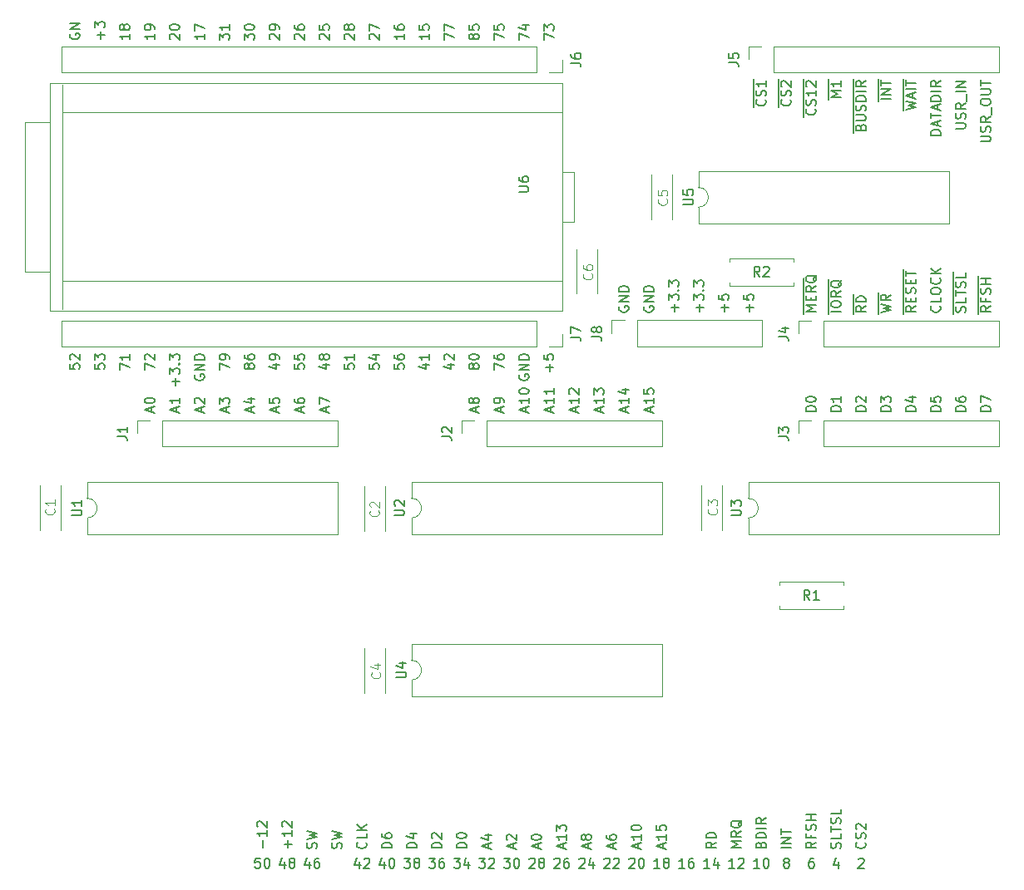
<source format=gto>
G04 #@! TF.GenerationSoftware,KiCad,Pcbnew,(6.0.9)*
G04 #@! TF.CreationDate,2023-07-02T11:07:52+02:00*
G04 #@! TF.ProjectId,Cartucho_MSX_Tang_Nano_20k_Breakout,43617274-7563-4686-9f5f-4d53585f5461,rev?*
G04 #@! TF.SameCoordinates,Original*
G04 #@! TF.FileFunction,Legend,Top*
G04 #@! TF.FilePolarity,Positive*
%FSLAX46Y46*%
G04 Gerber Fmt 4.6, Leading zero omitted, Abs format (unit mm)*
G04 Created by KiCad (PCBNEW (6.0.9)) date 2023-07-02 11:07:52*
%MOMM*%
%LPD*%
G01*
G04 APERTURE LIST*
%ADD10C,0.150000*%
%ADD11C,0.096520*%
%ADD12C,0.120000*%
%ADD13C,0.100000*%
%ADD14R,1.600000X2.400000*%
%ADD15O,1.600000X2.400000*%
%ADD16R,1.700000X1.700000*%
%ADD17O,1.700000X1.700000*%
%ADD18C,1.600000*%
%ADD19R,1.600000X1.600000*%
%ADD20O,1.600000X1.600000*%
%ADD21R,1.270000X7.620000*%
G04 APERTURE END LIST*
D10*
X82335714Y-83123595D02*
X83002380Y-83123595D01*
X81954761Y-83361690D02*
X82669047Y-83599785D01*
X82669047Y-82980738D01*
X83002380Y-82552166D02*
X83002380Y-82361690D01*
X82954761Y-82266452D01*
X82907142Y-82218833D01*
X82764285Y-82123595D01*
X82573809Y-82075976D01*
X82192857Y-82075976D01*
X82097619Y-82123595D01*
X82050000Y-82171214D01*
X82002380Y-82266452D01*
X82002380Y-82456928D01*
X82050000Y-82552166D01*
X82097619Y-82599785D01*
X82192857Y-82647404D01*
X82430952Y-82647404D01*
X82526190Y-82599785D01*
X82573809Y-82552166D01*
X82621428Y-82456928D01*
X82621428Y-82266452D01*
X82573809Y-82171214D01*
X82526190Y-82123595D01*
X82430952Y-82075976D01*
X108116666Y-87952023D02*
X108116666Y-87475833D01*
X108402380Y-88047261D02*
X107402380Y-87713928D01*
X108402380Y-87380595D01*
X108402380Y-86523452D02*
X108402380Y-87094880D01*
X108402380Y-86809166D02*
X107402380Y-86809166D01*
X107545238Y-86904404D01*
X107640476Y-86999642D01*
X107688095Y-87094880D01*
X107402380Y-85904404D02*
X107402380Y-85809166D01*
X107450000Y-85713928D01*
X107497619Y-85666309D01*
X107592857Y-85618690D01*
X107783333Y-85571071D01*
X108021428Y-85571071D01*
X108211904Y-85618690D01*
X108307142Y-85666309D01*
X108354761Y-85713928D01*
X108402380Y-85809166D01*
X108402380Y-85904404D01*
X108354761Y-85999642D01*
X108307142Y-86047261D01*
X108211904Y-86094880D01*
X108021428Y-86142500D01*
X107783333Y-86142500D01*
X107592857Y-86094880D01*
X107497619Y-86047261D01*
X107450000Y-85999642D01*
X107402380Y-85904404D01*
X152852380Y-87904404D02*
X151852380Y-87904404D01*
X151852380Y-87666309D01*
X151900000Y-87523452D01*
X151995238Y-87428214D01*
X152090476Y-87380595D01*
X152280952Y-87332976D01*
X152423809Y-87332976D01*
X152614285Y-87380595D01*
X152709523Y-87428214D01*
X152804761Y-87523452D01*
X152852380Y-87666309D01*
X152852380Y-87904404D01*
X151852380Y-86475833D02*
X151852380Y-86666309D01*
X151900000Y-86761547D01*
X151947619Y-86809166D01*
X152090476Y-86904404D01*
X152280952Y-86952023D01*
X152661904Y-86952023D01*
X152757142Y-86904404D01*
X152804761Y-86856785D01*
X152852380Y-86761547D01*
X152852380Y-86571071D01*
X152804761Y-86475833D01*
X152757142Y-86428214D01*
X152661904Y-86380595D01*
X152423809Y-86380595D01*
X152328571Y-86428214D01*
X152280952Y-86475833D01*
X152233333Y-86571071D01*
X152233333Y-86761547D01*
X152280952Y-86856785D01*
X152328571Y-86904404D01*
X152423809Y-86952023D01*
X118618095Y-133532619D02*
X118665714Y-133485000D01*
X118760952Y-133437380D01*
X118999047Y-133437380D01*
X119094285Y-133485000D01*
X119141904Y-133532619D01*
X119189523Y-133627857D01*
X119189523Y-133723095D01*
X119141904Y-133865952D01*
X118570476Y-134437380D01*
X119189523Y-134437380D01*
X119808571Y-133437380D02*
X119903809Y-133437380D01*
X119999047Y-133485000D01*
X120046666Y-133532619D01*
X120094285Y-133627857D01*
X120141904Y-133818333D01*
X120141904Y-134056428D01*
X120094285Y-134246904D01*
X120046666Y-134342142D01*
X119999047Y-134389761D01*
X119903809Y-134437380D01*
X119808571Y-134437380D01*
X119713333Y-134389761D01*
X119665714Y-134342142D01*
X119618095Y-134246904D01*
X119570476Y-134056428D01*
X119570476Y-133818333D01*
X119618095Y-133627857D01*
X119665714Y-133532619D01*
X119713333Y-133485000D01*
X119808571Y-133437380D01*
X83891428Y-132379404D02*
X83891428Y-131617500D01*
X84272380Y-131998452D02*
X83510476Y-131998452D01*
X84272380Y-130617500D02*
X84272380Y-131188928D01*
X84272380Y-130903214D02*
X83272380Y-130903214D01*
X83415238Y-130998452D01*
X83510476Y-131093690D01*
X83558095Y-131188928D01*
X83367619Y-130236547D02*
X83320000Y-130188928D01*
X83272380Y-130093690D01*
X83272380Y-129855595D01*
X83320000Y-129760357D01*
X83367619Y-129712738D01*
X83462857Y-129665119D01*
X83558095Y-129665119D01*
X83700952Y-129712738D01*
X84272380Y-130284166D01*
X84272380Y-129665119D01*
X129349523Y-134437380D02*
X128778095Y-134437380D01*
X129063809Y-134437380D02*
X129063809Y-133437380D01*
X128968571Y-133580238D01*
X128873333Y-133675476D01*
X128778095Y-133723095D01*
X129730476Y-133532619D02*
X129778095Y-133485000D01*
X129873333Y-133437380D01*
X130111428Y-133437380D01*
X130206666Y-133485000D01*
X130254285Y-133532619D01*
X130301904Y-133627857D01*
X130301904Y-133723095D01*
X130254285Y-133865952D01*
X129682857Y-134437380D01*
X130301904Y-134437380D01*
X154110000Y-77982500D02*
X154110000Y-76982500D01*
X155392380Y-77172976D02*
X154916190Y-77506309D01*
X155392380Y-77744404D02*
X154392380Y-77744404D01*
X154392380Y-77363452D01*
X154440000Y-77268214D01*
X154487619Y-77220595D01*
X154582857Y-77172976D01*
X154725714Y-77172976D01*
X154820952Y-77220595D01*
X154868571Y-77268214D01*
X154916190Y-77363452D01*
X154916190Y-77744404D01*
X154110000Y-76982500D02*
X154110000Y-76125357D01*
X154868571Y-76411071D02*
X154868571Y-76744404D01*
X155392380Y-76744404D02*
X154392380Y-76744404D01*
X154392380Y-76268214D01*
X154110000Y-76125357D02*
X154110000Y-75172976D01*
X155344761Y-75934880D02*
X155392380Y-75792023D01*
X155392380Y-75553928D01*
X155344761Y-75458690D01*
X155297142Y-75411071D01*
X155201904Y-75363452D01*
X155106666Y-75363452D01*
X155011428Y-75411071D01*
X154963809Y-75458690D01*
X154916190Y-75553928D01*
X154868571Y-75744404D01*
X154820952Y-75839642D01*
X154773333Y-75887261D01*
X154678095Y-75934880D01*
X154582857Y-75934880D01*
X154487619Y-75887261D01*
X154440000Y-75839642D01*
X154392380Y-75744404D01*
X154392380Y-75506309D01*
X154440000Y-75363452D01*
X154110000Y-75172976D02*
X154110000Y-74125357D01*
X155392380Y-74934880D02*
X154392380Y-74934880D01*
X154868571Y-74934880D02*
X154868571Y-74363452D01*
X155392380Y-74363452D02*
X154392380Y-74363452D01*
X126809523Y-134437380D02*
X126238095Y-134437380D01*
X126523809Y-134437380D02*
X126523809Y-133437380D01*
X126428571Y-133580238D01*
X126333333Y-133675476D01*
X126238095Y-133723095D01*
X127666666Y-133770714D02*
X127666666Y-134437380D01*
X127428571Y-133389761D02*
X127190476Y-134104047D01*
X127809523Y-134104047D01*
X91154285Y-133770714D02*
X91154285Y-134437380D01*
X90916190Y-133389761D02*
X90678095Y-134104047D01*
X91297142Y-134104047D01*
X91630476Y-133532619D02*
X91678095Y-133485000D01*
X91773333Y-133437380D01*
X92011428Y-133437380D01*
X92106666Y-133485000D01*
X92154285Y-133532619D01*
X92201904Y-133627857D01*
X92201904Y-133723095D01*
X92154285Y-133865952D01*
X91582857Y-134437380D01*
X92201904Y-134437380D01*
X75382380Y-49432595D02*
X75382380Y-50004023D01*
X75382380Y-49718309D02*
X74382380Y-49718309D01*
X74525238Y-49813547D01*
X74620476Y-49908785D01*
X74668095Y-50004023D01*
X74382380Y-49099261D02*
X74382380Y-48432595D01*
X75382380Y-48861166D01*
X86764761Y-132427023D02*
X86812380Y-132284166D01*
X86812380Y-132046071D01*
X86764761Y-131950833D01*
X86717142Y-131903214D01*
X86621904Y-131855595D01*
X86526666Y-131855595D01*
X86431428Y-131903214D01*
X86383809Y-131950833D01*
X86336190Y-132046071D01*
X86288571Y-132236547D01*
X86240952Y-132331785D01*
X86193333Y-132379404D01*
X86098095Y-132427023D01*
X86002857Y-132427023D01*
X85907619Y-132379404D01*
X85860000Y-132331785D01*
X85812380Y-132236547D01*
X85812380Y-131998452D01*
X85860000Y-131855595D01*
X85812380Y-131522261D02*
X86812380Y-131284166D01*
X86098095Y-131093690D01*
X86812380Y-130903214D01*
X85812380Y-130665119D01*
X116078095Y-133532619D02*
X116125714Y-133485000D01*
X116220952Y-133437380D01*
X116459047Y-133437380D01*
X116554285Y-133485000D01*
X116601904Y-133532619D01*
X116649523Y-133627857D01*
X116649523Y-133723095D01*
X116601904Y-133865952D01*
X116030476Y-134437380D01*
X116649523Y-134437380D01*
X117030476Y-133532619D02*
X117078095Y-133485000D01*
X117173333Y-133437380D01*
X117411428Y-133437380D01*
X117506666Y-133485000D01*
X117554285Y-133532619D01*
X117601904Y-133627857D01*
X117601904Y-133723095D01*
X117554285Y-133865952D01*
X116982857Y-134437380D01*
X117601904Y-134437380D01*
X137612380Y-87904404D02*
X136612380Y-87904404D01*
X136612380Y-87666309D01*
X136660000Y-87523452D01*
X136755238Y-87428214D01*
X136850476Y-87380595D01*
X137040952Y-87332976D01*
X137183809Y-87332976D01*
X137374285Y-87380595D01*
X137469523Y-87428214D01*
X137564761Y-87523452D01*
X137612380Y-87666309D01*
X137612380Y-87904404D01*
X136612380Y-86713928D02*
X136612380Y-86618690D01*
X136660000Y-86523452D01*
X136707619Y-86475833D01*
X136802857Y-86428214D01*
X136993333Y-86380595D01*
X137231428Y-86380595D01*
X137421904Y-86428214D01*
X137517142Y-86475833D01*
X137564761Y-86523452D01*
X137612380Y-86618690D01*
X137612380Y-86713928D01*
X137564761Y-86809166D01*
X137517142Y-86856785D01*
X137421904Y-86904404D01*
X137231428Y-86952023D01*
X136993333Y-86952023D01*
X136802857Y-86904404D01*
X136707619Y-86856785D01*
X136660000Y-86809166D01*
X136612380Y-86713928D01*
X125801428Y-77744404D02*
X125801428Y-76982500D01*
X126182380Y-77363452D02*
X125420476Y-77363452D01*
X125182380Y-76601547D02*
X125182380Y-75982500D01*
X125563333Y-76315833D01*
X125563333Y-76172976D01*
X125610952Y-76077738D01*
X125658571Y-76030119D01*
X125753809Y-75982500D01*
X125991904Y-75982500D01*
X126087142Y-76030119D01*
X126134761Y-76077738D01*
X126182380Y-76172976D01*
X126182380Y-76458690D01*
X126134761Y-76553928D01*
X126087142Y-76601547D01*
X126087142Y-75553928D02*
X126134761Y-75506309D01*
X126182380Y-75553928D01*
X126134761Y-75601547D01*
X126087142Y-75553928D01*
X126182380Y-75553928D01*
X125182380Y-75172976D02*
X125182380Y-74553928D01*
X125563333Y-74887261D01*
X125563333Y-74744404D01*
X125610952Y-74649166D01*
X125658571Y-74601547D01*
X125753809Y-74553928D01*
X125991904Y-74553928D01*
X126087142Y-74601547D01*
X126134761Y-74649166D01*
X126182380Y-74744404D01*
X126182380Y-75030119D01*
X126134761Y-75125357D01*
X126087142Y-75172976D01*
X114466666Y-132427023D02*
X114466666Y-131950833D01*
X114752380Y-132522261D02*
X113752380Y-132188928D01*
X114752380Y-131855595D01*
X114180952Y-131379404D02*
X114133333Y-131474642D01*
X114085714Y-131522261D01*
X113990476Y-131569880D01*
X113942857Y-131569880D01*
X113847619Y-131522261D01*
X113800000Y-131474642D01*
X113752380Y-131379404D01*
X113752380Y-131188928D01*
X113800000Y-131093690D01*
X113847619Y-131046071D01*
X113942857Y-130998452D01*
X113990476Y-130998452D01*
X114085714Y-131046071D01*
X114133333Y-131093690D01*
X114180952Y-131188928D01*
X114180952Y-131379404D01*
X114228571Y-131474642D01*
X114276190Y-131522261D01*
X114371428Y-131569880D01*
X114561904Y-131569880D01*
X114657142Y-131522261D01*
X114704761Y-131474642D01*
X114752380Y-131379404D01*
X114752380Y-131188928D01*
X114704761Y-131093690D01*
X114657142Y-131046071D01*
X114561904Y-130998452D01*
X114371428Y-130998452D01*
X114276190Y-131046071D01*
X114228571Y-131093690D01*
X114180952Y-131188928D01*
X140152380Y-87904404D02*
X139152380Y-87904404D01*
X139152380Y-87666309D01*
X139200000Y-87523452D01*
X139295238Y-87428214D01*
X139390476Y-87380595D01*
X139580952Y-87332976D01*
X139723809Y-87332976D01*
X139914285Y-87380595D01*
X140009523Y-87428214D01*
X140104761Y-87523452D01*
X140152380Y-87666309D01*
X140152380Y-87904404D01*
X140152380Y-86380595D02*
X140152380Y-86952023D01*
X140152380Y-86666309D02*
X139152380Y-86666309D01*
X139295238Y-86761547D01*
X139390476Y-86856785D01*
X139438095Y-86952023D01*
X122086666Y-132427023D02*
X122086666Y-131950833D01*
X122372380Y-132522261D02*
X121372380Y-132188928D01*
X122372380Y-131855595D01*
X122372380Y-130998452D02*
X122372380Y-131569880D01*
X122372380Y-131284166D02*
X121372380Y-131284166D01*
X121515238Y-131379404D01*
X121610476Y-131474642D01*
X121658095Y-131569880D01*
X121372380Y-130093690D02*
X121372380Y-130569880D01*
X121848571Y-130617500D01*
X121800952Y-130569880D01*
X121753333Y-130474642D01*
X121753333Y-130236547D01*
X121800952Y-130141309D01*
X121848571Y-130093690D01*
X121943809Y-130046071D01*
X122181904Y-130046071D01*
X122277142Y-130093690D01*
X122324761Y-130141309D01*
X122372380Y-130236547D01*
X122372380Y-130474642D01*
X122324761Y-130569880D01*
X122277142Y-130617500D01*
X81351428Y-132379404D02*
X81351428Y-131617500D01*
X81732380Y-130617500D02*
X81732380Y-131188928D01*
X81732380Y-130903214D02*
X80732380Y-130903214D01*
X80875238Y-130998452D01*
X80970476Y-131093690D01*
X81018095Y-131188928D01*
X80827619Y-130236547D02*
X80780000Y-130188928D01*
X80732380Y-130093690D01*
X80732380Y-129855595D01*
X80780000Y-129760357D01*
X80827619Y-129712738D01*
X80922857Y-129665119D01*
X81018095Y-129665119D01*
X81160952Y-129712738D01*
X81732380Y-130284166D01*
X81732380Y-129665119D01*
X95710476Y-133437380D02*
X96329523Y-133437380D01*
X95996190Y-133818333D01*
X96139047Y-133818333D01*
X96234285Y-133865952D01*
X96281904Y-133913571D01*
X96329523Y-134008809D01*
X96329523Y-134246904D01*
X96281904Y-134342142D01*
X96234285Y-134389761D01*
X96139047Y-134437380D01*
X95853333Y-134437380D01*
X95758095Y-134389761D01*
X95710476Y-134342142D01*
X96900952Y-133865952D02*
X96805714Y-133818333D01*
X96758095Y-133770714D01*
X96710476Y-133675476D01*
X96710476Y-133627857D01*
X96758095Y-133532619D01*
X96805714Y-133485000D01*
X96900952Y-133437380D01*
X97091428Y-133437380D01*
X97186666Y-133485000D01*
X97234285Y-133532619D01*
X97281904Y-133627857D01*
X97281904Y-133675476D01*
X97234285Y-133770714D01*
X97186666Y-133818333D01*
X97091428Y-133865952D01*
X96900952Y-133865952D01*
X96805714Y-133913571D01*
X96758095Y-133961190D01*
X96710476Y-134056428D01*
X96710476Y-134246904D01*
X96758095Y-134342142D01*
X96805714Y-134389761D01*
X96900952Y-134437380D01*
X97091428Y-134437380D01*
X97186666Y-134389761D01*
X97234285Y-134342142D01*
X97281904Y-134246904D01*
X97281904Y-134056428D01*
X97234285Y-133961190D01*
X97186666Y-133913571D01*
X97091428Y-133865952D01*
X120816666Y-87952023D02*
X120816666Y-87475833D01*
X121102380Y-88047261D02*
X120102380Y-87713928D01*
X121102380Y-87380595D01*
X121102380Y-86523452D02*
X121102380Y-87094880D01*
X121102380Y-86809166D02*
X120102380Y-86809166D01*
X120245238Y-86904404D01*
X120340476Y-86999642D01*
X120388095Y-87094880D01*
X120102380Y-85618690D02*
X120102380Y-86094880D01*
X120578571Y-86142500D01*
X120530952Y-86094880D01*
X120483333Y-85999642D01*
X120483333Y-85761547D01*
X120530952Y-85666309D01*
X120578571Y-85618690D01*
X120673809Y-85571071D01*
X120911904Y-85571071D01*
X121007142Y-85618690D01*
X121054761Y-85666309D01*
X121102380Y-85761547D01*
X121102380Y-85999642D01*
X121054761Y-86094880D01*
X121007142Y-86142500D01*
X154392380Y-60428452D02*
X155201904Y-60428452D01*
X155297142Y-60380833D01*
X155344761Y-60333214D01*
X155392380Y-60237976D01*
X155392380Y-60047500D01*
X155344761Y-59952261D01*
X155297142Y-59904642D01*
X155201904Y-59857023D01*
X154392380Y-59857023D01*
X155344761Y-59428452D02*
X155392380Y-59285595D01*
X155392380Y-59047500D01*
X155344761Y-58952261D01*
X155297142Y-58904642D01*
X155201904Y-58857023D01*
X155106666Y-58857023D01*
X155011428Y-58904642D01*
X154963809Y-58952261D01*
X154916190Y-59047500D01*
X154868571Y-59237976D01*
X154820952Y-59333214D01*
X154773333Y-59380833D01*
X154678095Y-59428452D01*
X154582857Y-59428452D01*
X154487619Y-59380833D01*
X154440000Y-59333214D01*
X154392380Y-59237976D01*
X154392380Y-58999880D01*
X154440000Y-58857023D01*
X155392380Y-57857023D02*
X154916190Y-58190357D01*
X155392380Y-58428452D02*
X154392380Y-58428452D01*
X154392380Y-58047500D01*
X154440000Y-57952261D01*
X154487619Y-57904642D01*
X154582857Y-57857023D01*
X154725714Y-57857023D01*
X154820952Y-57904642D01*
X154868571Y-57952261D01*
X154916190Y-58047500D01*
X154916190Y-58428452D01*
X155487619Y-57666547D02*
X155487619Y-56904642D01*
X154392380Y-56476071D02*
X154392380Y-56285595D01*
X154440000Y-56190357D01*
X154535238Y-56095119D01*
X154725714Y-56047500D01*
X155059047Y-56047500D01*
X155249523Y-56095119D01*
X155344761Y-56190357D01*
X155392380Y-56285595D01*
X155392380Y-56476071D01*
X155344761Y-56571309D01*
X155249523Y-56666547D01*
X155059047Y-56714166D01*
X154725714Y-56714166D01*
X154535238Y-56666547D01*
X154440000Y-56571309D01*
X154392380Y-56476071D01*
X154392380Y-55618928D02*
X155201904Y-55618928D01*
X155297142Y-55571309D01*
X155344761Y-55523690D01*
X155392380Y-55428452D01*
X155392380Y-55237976D01*
X155344761Y-55142738D01*
X155297142Y-55095119D01*
X155201904Y-55047500D01*
X154392380Y-55047500D01*
X154392380Y-54714166D02*
X154392380Y-54142738D01*
X155392380Y-54428452D02*
X154392380Y-54428452D01*
X67762380Y-49432595D02*
X67762380Y-50004023D01*
X67762380Y-49718309D02*
X66762380Y-49718309D01*
X66905238Y-49813547D01*
X67000476Y-49908785D01*
X67048095Y-50004023D01*
X67190952Y-48861166D02*
X67143333Y-48956404D01*
X67095714Y-49004023D01*
X67000476Y-49051642D01*
X66952857Y-49051642D01*
X66857619Y-49004023D01*
X66810000Y-48956404D01*
X66762380Y-48861166D01*
X66762380Y-48670690D01*
X66810000Y-48575452D01*
X66857619Y-48527833D01*
X66952857Y-48480214D01*
X67000476Y-48480214D01*
X67095714Y-48527833D01*
X67143333Y-48575452D01*
X67190952Y-48670690D01*
X67190952Y-48861166D01*
X67238571Y-48956404D01*
X67286190Y-49004023D01*
X67381428Y-49051642D01*
X67571904Y-49051642D01*
X67667142Y-49004023D01*
X67714761Y-48956404D01*
X67762380Y-48861166D01*
X67762380Y-48670690D01*
X67714761Y-48575452D01*
X67667142Y-48527833D01*
X67571904Y-48480214D01*
X67381428Y-48480214D01*
X67286190Y-48527833D01*
X67238571Y-48575452D01*
X67190952Y-48670690D01*
X142597142Y-131807976D02*
X142644761Y-131855595D01*
X142692380Y-131998452D01*
X142692380Y-132093690D01*
X142644761Y-132236547D01*
X142549523Y-132331785D01*
X142454285Y-132379404D01*
X142263809Y-132427023D01*
X142120952Y-132427023D01*
X141930476Y-132379404D01*
X141835238Y-132331785D01*
X141740000Y-132236547D01*
X141692380Y-132093690D01*
X141692380Y-131998452D01*
X141740000Y-131855595D01*
X141787619Y-131807976D01*
X142644761Y-131427023D02*
X142692380Y-131284166D01*
X142692380Y-131046071D01*
X142644761Y-130950833D01*
X142597142Y-130903214D01*
X142501904Y-130855595D01*
X142406666Y-130855595D01*
X142311428Y-130903214D01*
X142263809Y-130950833D01*
X142216190Y-131046071D01*
X142168571Y-131236547D01*
X142120952Y-131331785D01*
X142073333Y-131379404D01*
X141978095Y-131427023D01*
X141882857Y-131427023D01*
X141787619Y-131379404D01*
X141740000Y-131331785D01*
X141692380Y-131236547D01*
X141692380Y-130998452D01*
X141740000Y-130855595D01*
X141787619Y-130474642D02*
X141740000Y-130427023D01*
X141692380Y-130331785D01*
X141692380Y-130093690D01*
X141740000Y-129998452D01*
X141787619Y-129950833D01*
X141882857Y-129903214D01*
X141978095Y-129903214D01*
X142120952Y-129950833D01*
X142692380Y-130522261D01*
X142692380Y-129903214D01*
X84542380Y-83075976D02*
X84542380Y-83552166D01*
X85018571Y-83599785D01*
X84970952Y-83552166D01*
X84923333Y-83456928D01*
X84923333Y-83218833D01*
X84970952Y-83123595D01*
X85018571Y-83075976D01*
X85113809Y-83028357D01*
X85351904Y-83028357D01*
X85447142Y-83075976D01*
X85494761Y-83123595D01*
X85542380Y-83218833D01*
X85542380Y-83456928D01*
X85494761Y-83552166D01*
X85447142Y-83599785D01*
X84542380Y-82123595D02*
X84542380Y-82599785D01*
X85018571Y-82647404D01*
X84970952Y-82599785D01*
X84923333Y-82504547D01*
X84923333Y-82266452D01*
X84970952Y-82171214D01*
X85018571Y-82123595D01*
X85113809Y-82075976D01*
X85351904Y-82075976D01*
X85447142Y-82123595D01*
X85494761Y-82171214D01*
X85542380Y-82266452D01*
X85542380Y-82504547D01*
X85494761Y-82599785D01*
X85447142Y-82647404D01*
X150312380Y-59761785D02*
X149312380Y-59761785D01*
X149312380Y-59523690D01*
X149360000Y-59380833D01*
X149455238Y-59285595D01*
X149550476Y-59237976D01*
X149740952Y-59190357D01*
X149883809Y-59190357D01*
X150074285Y-59237976D01*
X150169523Y-59285595D01*
X150264761Y-59380833D01*
X150312380Y-59523690D01*
X150312380Y-59761785D01*
X150026666Y-58809404D02*
X150026666Y-58333214D01*
X150312380Y-58904642D02*
X149312380Y-58571309D01*
X150312380Y-58237976D01*
X149312380Y-58047500D02*
X149312380Y-57476071D01*
X150312380Y-57761785D02*
X149312380Y-57761785D01*
X150026666Y-57190357D02*
X150026666Y-56714166D01*
X150312380Y-57285595D02*
X149312380Y-56952261D01*
X150312380Y-56618928D01*
X150312380Y-56285595D02*
X149312380Y-56285595D01*
X149312380Y-56047500D01*
X149360000Y-55904642D01*
X149455238Y-55809404D01*
X149550476Y-55761785D01*
X149740952Y-55714166D01*
X149883809Y-55714166D01*
X150074285Y-55761785D01*
X150169523Y-55809404D01*
X150264761Y-55904642D01*
X150312380Y-56047500D01*
X150312380Y-56285595D01*
X150312380Y-55285595D02*
X149312380Y-55285595D01*
X150312380Y-54237976D02*
X149836190Y-54571309D01*
X150312380Y-54809404D02*
X149312380Y-54809404D01*
X149312380Y-54428452D01*
X149360000Y-54333214D01*
X149407619Y-54285595D01*
X149502857Y-54237976D01*
X149645714Y-54237976D01*
X149740952Y-54285595D01*
X149788571Y-54333214D01*
X149836190Y-54428452D01*
X149836190Y-54809404D01*
X138870000Y-56142738D02*
X138870000Y-54999880D01*
X140152380Y-55904642D02*
X139152380Y-55904642D01*
X139866666Y-55571309D01*
X139152380Y-55237976D01*
X140152380Y-55237976D01*
X138870000Y-54999880D02*
X138870000Y-54047500D01*
X140152380Y-54237976D02*
X140152380Y-54809404D01*
X140152380Y-54523690D02*
X139152380Y-54523690D01*
X139295238Y-54618928D01*
X139390476Y-54714166D01*
X139438095Y-54809404D01*
X97575714Y-83123595D02*
X98242380Y-83123595D01*
X97194761Y-83361690D02*
X97909047Y-83599785D01*
X97909047Y-82980738D01*
X98242380Y-82075976D02*
X98242380Y-82647404D01*
X98242380Y-82361690D02*
X97242380Y-82361690D01*
X97385238Y-82456928D01*
X97480476Y-82552166D01*
X97528095Y-82647404D01*
X105870476Y-133437380D02*
X106489523Y-133437380D01*
X106156190Y-133818333D01*
X106299047Y-133818333D01*
X106394285Y-133865952D01*
X106441904Y-133913571D01*
X106489523Y-134008809D01*
X106489523Y-134246904D01*
X106441904Y-134342142D01*
X106394285Y-134389761D01*
X106299047Y-134437380D01*
X106013333Y-134437380D01*
X105918095Y-134389761D01*
X105870476Y-134342142D01*
X107108571Y-133437380D02*
X107203809Y-133437380D01*
X107299047Y-133485000D01*
X107346666Y-133532619D01*
X107394285Y-133627857D01*
X107441904Y-133818333D01*
X107441904Y-134056428D01*
X107394285Y-134246904D01*
X107346666Y-134342142D01*
X107299047Y-134389761D01*
X107203809Y-134437380D01*
X107108571Y-134437380D01*
X107013333Y-134389761D01*
X106965714Y-134342142D01*
X106918095Y-134246904D01*
X106870476Y-134056428D01*
X106870476Y-133818333D01*
X106918095Y-133627857D01*
X106965714Y-133532619D01*
X107013333Y-133485000D01*
X107108571Y-133437380D01*
X147772380Y-87904404D02*
X146772380Y-87904404D01*
X146772380Y-87666309D01*
X146820000Y-87523452D01*
X146915238Y-87428214D01*
X147010476Y-87380595D01*
X147200952Y-87332976D01*
X147343809Y-87332976D01*
X147534285Y-87380595D01*
X147629523Y-87428214D01*
X147724761Y-87523452D01*
X147772380Y-87666309D01*
X147772380Y-87904404D01*
X147105714Y-86475833D02*
X147772380Y-86475833D01*
X146724761Y-86713928D02*
X147439047Y-86952023D01*
X147439047Y-86332976D01*
X72556666Y-87952023D02*
X72556666Y-87475833D01*
X72842380Y-88047261D02*
X71842380Y-87713928D01*
X72842380Y-87380595D01*
X72842380Y-86523452D02*
X72842380Y-87094880D01*
X72842380Y-86809166D02*
X71842380Y-86809166D01*
X71985238Y-86904404D01*
X72080476Y-86999642D01*
X72128095Y-87094880D01*
X64841428Y-49956404D02*
X64841428Y-49194500D01*
X65222380Y-49575452D02*
X64460476Y-49575452D01*
X64222380Y-48813547D02*
X64222380Y-48194500D01*
X64603333Y-48527833D01*
X64603333Y-48384976D01*
X64650952Y-48289738D01*
X64698571Y-48242119D01*
X64793809Y-48194500D01*
X65031904Y-48194500D01*
X65127142Y-48242119D01*
X65174761Y-48289738D01*
X65222380Y-48384976D01*
X65222380Y-48670690D01*
X65174761Y-48765928D01*
X65127142Y-48813547D01*
X151570000Y-77982500D02*
X151570000Y-77030119D01*
X152804761Y-77792023D02*
X152852380Y-77649166D01*
X152852380Y-77411071D01*
X152804761Y-77315833D01*
X152757142Y-77268214D01*
X152661904Y-77220595D01*
X152566666Y-77220595D01*
X152471428Y-77268214D01*
X152423809Y-77315833D01*
X152376190Y-77411071D01*
X152328571Y-77601547D01*
X152280952Y-77696785D01*
X152233333Y-77744404D01*
X152138095Y-77792023D01*
X152042857Y-77792023D01*
X151947619Y-77744404D01*
X151900000Y-77696785D01*
X151852380Y-77601547D01*
X151852380Y-77363452D01*
X151900000Y-77220595D01*
X151570000Y-77030119D02*
X151570000Y-76220595D01*
X152852380Y-76315833D02*
X152852380Y-76792023D01*
X151852380Y-76792023D01*
X151570000Y-76220595D02*
X151570000Y-75458690D01*
X151852380Y-76125357D02*
X151852380Y-75553928D01*
X152852380Y-75839642D02*
X151852380Y-75839642D01*
X151570000Y-75458690D02*
X151570000Y-74506309D01*
X152804761Y-75268214D02*
X152852380Y-75125357D01*
X152852380Y-74887261D01*
X152804761Y-74792023D01*
X152757142Y-74744404D01*
X152661904Y-74696785D01*
X152566666Y-74696785D01*
X152471428Y-74744404D01*
X152423809Y-74792023D01*
X152376190Y-74887261D01*
X152328571Y-75077738D01*
X152280952Y-75172976D01*
X152233333Y-75220595D01*
X152138095Y-75268214D01*
X152042857Y-75268214D01*
X151947619Y-75220595D01*
X151900000Y-75172976D01*
X151852380Y-75077738D01*
X151852380Y-74839642D01*
X151900000Y-74696785D01*
X151570000Y-74506309D02*
X151570000Y-73696785D01*
X152852380Y-73792023D02*
X152852380Y-74268214D01*
X151852380Y-74268214D01*
X103036666Y-87952023D02*
X103036666Y-87475833D01*
X103322380Y-88047261D02*
X102322380Y-87713928D01*
X103322380Y-87380595D01*
X102750952Y-86904404D02*
X102703333Y-86999642D01*
X102655714Y-87047261D01*
X102560476Y-87094880D01*
X102512857Y-87094880D01*
X102417619Y-87047261D01*
X102370000Y-86999642D01*
X102322380Y-86904404D01*
X102322380Y-86713928D01*
X102370000Y-86618690D01*
X102417619Y-86571071D01*
X102512857Y-86523452D01*
X102560476Y-86523452D01*
X102655714Y-86571071D01*
X102703333Y-86618690D01*
X102750952Y-86713928D01*
X102750952Y-86904404D01*
X102798571Y-86999642D01*
X102846190Y-87047261D01*
X102941428Y-87094880D01*
X103131904Y-87094880D01*
X103227142Y-87047261D01*
X103274761Y-86999642D01*
X103322380Y-86904404D01*
X103322380Y-86713928D01*
X103274761Y-86618690D01*
X103227142Y-86571071D01*
X103131904Y-86523452D01*
X102941428Y-86523452D01*
X102846190Y-86571071D01*
X102798571Y-86618690D01*
X102750952Y-86713928D01*
X100115714Y-83123595D02*
X100782380Y-83123595D01*
X99734761Y-83361690D02*
X100449047Y-83599785D01*
X100449047Y-82980738D01*
X99877619Y-82647404D02*
X99830000Y-82599785D01*
X99782380Y-82504547D01*
X99782380Y-82266452D01*
X99830000Y-82171214D01*
X99877619Y-82123595D01*
X99972857Y-82075976D01*
X100068095Y-82075976D01*
X100210952Y-82123595D01*
X100782380Y-82695023D01*
X100782380Y-82075976D01*
X96972380Y-132379404D02*
X95972380Y-132379404D01*
X95972380Y-132141309D01*
X96020000Y-131998452D01*
X96115238Y-131903214D01*
X96210476Y-131855595D01*
X96400952Y-131807976D01*
X96543809Y-131807976D01*
X96734285Y-131855595D01*
X96829523Y-131903214D01*
X96924761Y-131998452D01*
X96972380Y-132141309D01*
X96972380Y-132379404D01*
X96305714Y-130950833D02*
X96972380Y-130950833D01*
X95924761Y-131188928D02*
X96639047Y-131427023D01*
X96639047Y-130807976D01*
X82097619Y-50004023D02*
X82050000Y-49956404D01*
X82002380Y-49861166D01*
X82002380Y-49623071D01*
X82050000Y-49527833D01*
X82097619Y-49480214D01*
X82192857Y-49432595D01*
X82288095Y-49432595D01*
X82430952Y-49480214D01*
X83002380Y-50051642D01*
X83002380Y-49432595D01*
X83002380Y-48956404D02*
X83002380Y-48765928D01*
X82954761Y-48670690D01*
X82907142Y-48623071D01*
X82764285Y-48527833D01*
X82573809Y-48480214D01*
X82192857Y-48480214D01*
X82097619Y-48527833D01*
X82050000Y-48575452D01*
X82002380Y-48670690D01*
X82002380Y-48861166D01*
X82050000Y-48956404D01*
X82097619Y-49004023D01*
X82192857Y-49051642D01*
X82430952Y-49051642D01*
X82526190Y-49004023D01*
X82573809Y-48956404D01*
X82621428Y-48861166D01*
X82621428Y-48670690D01*
X82573809Y-48575452D01*
X82526190Y-48527833D01*
X82430952Y-48480214D01*
X72461428Y-85266452D02*
X72461428Y-84504547D01*
X72842380Y-84885500D02*
X72080476Y-84885500D01*
X71842380Y-84123595D02*
X71842380Y-83504547D01*
X72223333Y-83837880D01*
X72223333Y-83695023D01*
X72270952Y-83599785D01*
X72318571Y-83552166D01*
X72413809Y-83504547D01*
X72651904Y-83504547D01*
X72747142Y-83552166D01*
X72794761Y-83599785D01*
X72842380Y-83695023D01*
X72842380Y-83980738D01*
X72794761Y-84075976D01*
X72747142Y-84123595D01*
X72747142Y-83075976D02*
X72794761Y-83028357D01*
X72842380Y-83075976D01*
X72794761Y-83123595D01*
X72747142Y-83075976D01*
X72842380Y-83075976D01*
X71842380Y-82695023D02*
X71842380Y-82075976D01*
X72223333Y-82409309D01*
X72223333Y-82266452D01*
X72270952Y-82171214D01*
X72318571Y-82123595D01*
X72413809Y-82075976D01*
X72651904Y-82075976D01*
X72747142Y-82123595D01*
X72794761Y-82171214D01*
X72842380Y-82266452D01*
X72842380Y-82552166D01*
X72794761Y-82647404D01*
X72747142Y-82695023D01*
X130881428Y-77744404D02*
X130881428Y-76982500D01*
X131262380Y-77363452D02*
X130500476Y-77363452D01*
X130262380Y-76030119D02*
X130262380Y-76506309D01*
X130738571Y-76553928D01*
X130690952Y-76506309D01*
X130643333Y-76411071D01*
X130643333Y-76172976D01*
X130690952Y-76077738D01*
X130738571Y-76030119D01*
X130833809Y-75982500D01*
X131071904Y-75982500D01*
X131167142Y-76030119D01*
X131214761Y-76077738D01*
X131262380Y-76172976D01*
X131262380Y-76411071D01*
X131214761Y-76506309D01*
X131167142Y-76553928D01*
X91797142Y-131807976D02*
X91844761Y-131855595D01*
X91892380Y-131998452D01*
X91892380Y-132093690D01*
X91844761Y-132236547D01*
X91749523Y-132331785D01*
X91654285Y-132379404D01*
X91463809Y-132427023D01*
X91320952Y-132427023D01*
X91130476Y-132379404D01*
X91035238Y-132331785D01*
X90940000Y-132236547D01*
X90892380Y-132093690D01*
X90892380Y-131998452D01*
X90940000Y-131855595D01*
X90987619Y-131807976D01*
X91892380Y-130903214D02*
X91892380Y-131379404D01*
X90892380Y-131379404D01*
X91892380Y-130569880D02*
X90892380Y-130569880D01*
X91892380Y-129998452D02*
X91320952Y-130427023D01*
X90892380Y-129998452D02*
X91463809Y-130569880D01*
X119546666Y-132427023D02*
X119546666Y-131950833D01*
X119832380Y-132522261D02*
X118832380Y-132188928D01*
X119832380Y-131855595D01*
X119832380Y-130998452D02*
X119832380Y-131569880D01*
X119832380Y-131284166D02*
X118832380Y-131284166D01*
X118975238Y-131379404D01*
X119070476Y-131474642D01*
X119118095Y-131569880D01*
X118832380Y-130379404D02*
X118832380Y-130284166D01*
X118880000Y-130188928D01*
X118927619Y-130141309D01*
X119022857Y-130093690D01*
X119213333Y-130046071D01*
X119451428Y-130046071D01*
X119641904Y-130093690D01*
X119737142Y-130141309D01*
X119784761Y-130188928D01*
X119832380Y-130284166D01*
X119832380Y-130379404D01*
X119784761Y-130474642D01*
X119737142Y-130522261D01*
X119641904Y-130569880D01*
X119451428Y-130617500D01*
X119213333Y-130617500D01*
X119022857Y-130569880D01*
X118927619Y-130522261D01*
X118880000Y-130474642D01*
X118832380Y-130379404D01*
X109942380Y-50051642D02*
X109942380Y-49384976D01*
X110942380Y-49813547D01*
X109942380Y-49099261D02*
X109942380Y-48480214D01*
X110323333Y-48813547D01*
X110323333Y-48670690D01*
X110370952Y-48575452D01*
X110418571Y-48527833D01*
X110513809Y-48480214D01*
X110751904Y-48480214D01*
X110847142Y-48527833D01*
X110894761Y-48575452D01*
X110942380Y-48670690D01*
X110942380Y-48956404D01*
X110894761Y-49051642D01*
X110847142Y-49099261D01*
X136330000Y-77982500D02*
X136330000Y-76839642D01*
X137612380Y-77744404D02*
X136612380Y-77744404D01*
X137326666Y-77411071D01*
X136612380Y-77077738D01*
X137612380Y-77077738D01*
X136330000Y-76839642D02*
X136330000Y-75934880D01*
X137088571Y-76601547D02*
X137088571Y-76268214D01*
X137612380Y-76125357D02*
X137612380Y-76601547D01*
X136612380Y-76601547D01*
X136612380Y-76125357D01*
X136330000Y-75934880D02*
X136330000Y-74934880D01*
X137612380Y-75125357D02*
X137136190Y-75458690D01*
X137612380Y-75696785D02*
X136612380Y-75696785D01*
X136612380Y-75315833D01*
X136660000Y-75220595D01*
X136707619Y-75172976D01*
X136802857Y-75125357D01*
X136945714Y-75125357D01*
X137040952Y-75172976D01*
X137088571Y-75220595D01*
X137136190Y-75315833D01*
X137136190Y-75696785D01*
X136330000Y-74934880D02*
X136330000Y-73887261D01*
X137707619Y-74030119D02*
X137660000Y-74125357D01*
X137564761Y-74220595D01*
X137421904Y-74363452D01*
X137374285Y-74458690D01*
X137374285Y-74553928D01*
X137612380Y-74506309D02*
X137564761Y-74601547D01*
X137469523Y-74696785D01*
X137279047Y-74744404D01*
X136945714Y-74744404D01*
X136755238Y-74696785D01*
X136660000Y-74601547D01*
X136612380Y-74506309D01*
X136612380Y-74315833D01*
X136660000Y-74220595D01*
X136755238Y-74125357D01*
X136945714Y-74077738D01*
X137279047Y-74077738D01*
X137469523Y-74125357D01*
X137564761Y-74220595D01*
X137612380Y-74315833D01*
X137612380Y-74506309D01*
X113538095Y-133532619D02*
X113585714Y-133485000D01*
X113680952Y-133437380D01*
X113919047Y-133437380D01*
X114014285Y-133485000D01*
X114061904Y-133532619D01*
X114109523Y-133627857D01*
X114109523Y-133723095D01*
X114061904Y-133865952D01*
X113490476Y-134437380D01*
X114109523Y-134437380D01*
X114966666Y-133770714D02*
X114966666Y-134437380D01*
X114728571Y-133389761D02*
X114490476Y-134104047D01*
X115109523Y-134104047D01*
X150217142Y-77172976D02*
X150264761Y-77220595D01*
X150312380Y-77363452D01*
X150312380Y-77458690D01*
X150264761Y-77601547D01*
X150169523Y-77696785D01*
X150074285Y-77744404D01*
X149883809Y-77792023D01*
X149740952Y-77792023D01*
X149550476Y-77744404D01*
X149455238Y-77696785D01*
X149360000Y-77601547D01*
X149312380Y-77458690D01*
X149312380Y-77363452D01*
X149360000Y-77220595D01*
X149407619Y-77172976D01*
X150312380Y-76268214D02*
X150312380Y-76744404D01*
X149312380Y-76744404D01*
X149312380Y-75744404D02*
X149312380Y-75553928D01*
X149360000Y-75458690D01*
X149455238Y-75363452D01*
X149645714Y-75315833D01*
X149979047Y-75315833D01*
X150169523Y-75363452D01*
X150264761Y-75458690D01*
X150312380Y-75553928D01*
X150312380Y-75744404D01*
X150264761Y-75839642D01*
X150169523Y-75934880D01*
X149979047Y-75982500D01*
X149645714Y-75982500D01*
X149455238Y-75934880D01*
X149360000Y-75839642D01*
X149312380Y-75744404D01*
X150217142Y-74315833D02*
X150264761Y-74363452D01*
X150312380Y-74506309D01*
X150312380Y-74601547D01*
X150264761Y-74744404D01*
X150169523Y-74839642D01*
X150074285Y-74887261D01*
X149883809Y-74934880D01*
X149740952Y-74934880D01*
X149550476Y-74887261D01*
X149455238Y-74839642D01*
X149360000Y-74744404D01*
X149312380Y-74601547D01*
X149312380Y-74506309D01*
X149360000Y-74363452D01*
X149407619Y-74315833D01*
X150312380Y-73887261D02*
X149312380Y-73887261D01*
X150312380Y-73315833D02*
X149740952Y-73744404D01*
X149312380Y-73315833D02*
X149883809Y-73887261D01*
X83534285Y-133770714D02*
X83534285Y-134437380D01*
X83296190Y-133389761D02*
X83058095Y-134104047D01*
X83677142Y-134104047D01*
X84200952Y-133865952D02*
X84105714Y-133818333D01*
X84058095Y-133770714D01*
X84010476Y-133675476D01*
X84010476Y-133627857D01*
X84058095Y-133532619D01*
X84105714Y-133485000D01*
X84200952Y-133437380D01*
X84391428Y-133437380D01*
X84486666Y-133485000D01*
X84534285Y-133532619D01*
X84581904Y-133627857D01*
X84581904Y-133675476D01*
X84534285Y-133770714D01*
X84486666Y-133818333D01*
X84391428Y-133865952D01*
X84200952Y-133865952D01*
X84105714Y-133913571D01*
X84058095Y-133961190D01*
X84010476Y-134056428D01*
X84010476Y-134246904D01*
X84058095Y-134342142D01*
X84105714Y-134389761D01*
X84200952Y-134437380D01*
X84391428Y-134437380D01*
X84486666Y-134389761D01*
X84534285Y-134342142D01*
X84581904Y-134246904D01*
X84581904Y-134056428D01*
X84534285Y-133961190D01*
X84486666Y-133913571D01*
X84391428Y-133865952D01*
X89717619Y-50004023D02*
X89670000Y-49956404D01*
X89622380Y-49861166D01*
X89622380Y-49623071D01*
X89670000Y-49527833D01*
X89717619Y-49480214D01*
X89812857Y-49432595D01*
X89908095Y-49432595D01*
X90050952Y-49480214D01*
X90622380Y-50051642D01*
X90622380Y-49432595D01*
X90050952Y-48861166D02*
X90003333Y-48956404D01*
X89955714Y-49004023D01*
X89860476Y-49051642D01*
X89812857Y-49051642D01*
X89717619Y-49004023D01*
X89670000Y-48956404D01*
X89622380Y-48861166D01*
X89622380Y-48670690D01*
X89670000Y-48575452D01*
X89717619Y-48527833D01*
X89812857Y-48480214D01*
X89860476Y-48480214D01*
X89955714Y-48527833D01*
X90003333Y-48575452D01*
X90050952Y-48670690D01*
X90050952Y-48861166D01*
X90098571Y-48956404D01*
X90146190Y-49004023D01*
X90241428Y-49051642D01*
X90431904Y-49051642D01*
X90527142Y-49004023D01*
X90574761Y-48956404D01*
X90622380Y-48861166D01*
X90622380Y-48670690D01*
X90574761Y-48575452D01*
X90527142Y-48527833D01*
X90431904Y-48480214D01*
X90241428Y-48480214D01*
X90146190Y-48527833D01*
X90098571Y-48575452D01*
X90050952Y-48670690D01*
X151852380Y-59095119D02*
X152661904Y-59095119D01*
X152757142Y-59047500D01*
X152804761Y-58999880D01*
X152852380Y-58904642D01*
X152852380Y-58714166D01*
X152804761Y-58618928D01*
X152757142Y-58571309D01*
X152661904Y-58523690D01*
X151852380Y-58523690D01*
X152804761Y-58095119D02*
X152852380Y-57952261D01*
X152852380Y-57714166D01*
X152804761Y-57618928D01*
X152757142Y-57571309D01*
X152661904Y-57523690D01*
X152566666Y-57523690D01*
X152471428Y-57571309D01*
X152423809Y-57618928D01*
X152376190Y-57714166D01*
X152328571Y-57904642D01*
X152280952Y-57999880D01*
X152233333Y-58047500D01*
X152138095Y-58095119D01*
X152042857Y-58095119D01*
X151947619Y-58047500D01*
X151900000Y-57999880D01*
X151852380Y-57904642D01*
X151852380Y-57666547D01*
X151900000Y-57523690D01*
X152852380Y-56523690D02*
X152376190Y-56857023D01*
X152852380Y-57095119D02*
X151852380Y-57095119D01*
X151852380Y-56714166D01*
X151900000Y-56618928D01*
X151947619Y-56571309D01*
X152042857Y-56523690D01*
X152185714Y-56523690D01*
X152280952Y-56571309D01*
X152328571Y-56618928D01*
X152376190Y-56714166D01*
X152376190Y-57095119D01*
X152947619Y-56333214D02*
X152947619Y-55571309D01*
X152852380Y-55333214D02*
X151852380Y-55333214D01*
X152852380Y-54857023D02*
X151852380Y-54857023D01*
X152852380Y-54285595D01*
X151852380Y-54285595D01*
X86074285Y-133770714D02*
X86074285Y-134437380D01*
X85836190Y-133389761D02*
X85598095Y-134104047D01*
X86217142Y-134104047D01*
X87026666Y-133437380D02*
X86836190Y-133437380D01*
X86740952Y-133485000D01*
X86693333Y-133532619D01*
X86598095Y-133675476D01*
X86550476Y-133865952D01*
X86550476Y-134246904D01*
X86598095Y-134342142D01*
X86645714Y-134389761D01*
X86740952Y-134437380D01*
X86931428Y-134437380D01*
X87026666Y-134389761D01*
X87074285Y-134342142D01*
X87121904Y-134246904D01*
X87121904Y-134008809D01*
X87074285Y-133913571D01*
X87026666Y-133865952D01*
X86931428Y-133818333D01*
X86740952Y-133818333D01*
X86645714Y-133865952D01*
X86598095Y-133913571D01*
X86550476Y-134008809D01*
X134524761Y-133865952D02*
X134429523Y-133818333D01*
X134381904Y-133770714D01*
X134334285Y-133675476D01*
X134334285Y-133627857D01*
X134381904Y-133532619D01*
X134429523Y-133485000D01*
X134524761Y-133437380D01*
X134715238Y-133437380D01*
X134810476Y-133485000D01*
X134858095Y-133532619D01*
X134905714Y-133627857D01*
X134905714Y-133675476D01*
X134858095Y-133770714D01*
X134810476Y-133818333D01*
X134715238Y-133865952D01*
X134524761Y-133865952D01*
X134429523Y-133913571D01*
X134381904Y-133961190D01*
X134334285Y-134056428D01*
X134334285Y-134246904D01*
X134381904Y-134342142D01*
X134429523Y-134389761D01*
X134524761Y-134437380D01*
X134715238Y-134437380D01*
X134810476Y-134389761D01*
X134858095Y-134342142D01*
X134905714Y-134246904D01*
X134905714Y-134056428D01*
X134858095Y-133961190D01*
X134810476Y-133913571D01*
X134715238Y-133865952D01*
X79890952Y-83409309D02*
X79843333Y-83504547D01*
X79795714Y-83552166D01*
X79700476Y-83599785D01*
X79652857Y-83599785D01*
X79557619Y-83552166D01*
X79510000Y-83504547D01*
X79462380Y-83409309D01*
X79462380Y-83218833D01*
X79510000Y-83123595D01*
X79557619Y-83075976D01*
X79652857Y-83028357D01*
X79700476Y-83028357D01*
X79795714Y-83075976D01*
X79843333Y-83123595D01*
X79890952Y-83218833D01*
X79890952Y-83409309D01*
X79938571Y-83504547D01*
X79986190Y-83552166D01*
X80081428Y-83599785D01*
X80271904Y-83599785D01*
X80367142Y-83552166D01*
X80414761Y-83504547D01*
X80462380Y-83409309D01*
X80462380Y-83218833D01*
X80414761Y-83123595D01*
X80367142Y-83075976D01*
X80271904Y-83028357D01*
X80081428Y-83028357D01*
X79986190Y-83075976D01*
X79938571Y-83123595D01*
X79890952Y-83218833D01*
X79462380Y-82171214D02*
X79462380Y-82361690D01*
X79510000Y-82456928D01*
X79557619Y-82504547D01*
X79700476Y-82599785D01*
X79890952Y-82647404D01*
X80271904Y-82647404D01*
X80367142Y-82599785D01*
X80414761Y-82552166D01*
X80462380Y-82456928D01*
X80462380Y-82266452D01*
X80414761Y-82171214D01*
X80367142Y-82123595D01*
X80271904Y-82075976D01*
X80033809Y-82075976D01*
X79938571Y-82123595D01*
X79890952Y-82171214D01*
X79843333Y-82266452D01*
X79843333Y-82456928D01*
X79890952Y-82552166D01*
X79938571Y-82599785D01*
X80033809Y-82647404D01*
X100790476Y-133437380D02*
X101409523Y-133437380D01*
X101076190Y-133818333D01*
X101219047Y-133818333D01*
X101314285Y-133865952D01*
X101361904Y-133913571D01*
X101409523Y-134008809D01*
X101409523Y-134246904D01*
X101361904Y-134342142D01*
X101314285Y-134389761D01*
X101219047Y-134437380D01*
X100933333Y-134437380D01*
X100838095Y-134389761D01*
X100790476Y-134342142D01*
X102266666Y-133770714D02*
X102266666Y-134437380D01*
X102028571Y-133389761D02*
X101790476Y-134104047D01*
X102409523Y-134104047D01*
X92162380Y-83075976D02*
X92162380Y-83552166D01*
X92638571Y-83599785D01*
X92590952Y-83552166D01*
X92543333Y-83456928D01*
X92543333Y-83218833D01*
X92590952Y-83123595D01*
X92638571Y-83075976D01*
X92733809Y-83028357D01*
X92971904Y-83028357D01*
X93067142Y-83075976D01*
X93114761Y-83123595D01*
X93162380Y-83218833D01*
X93162380Y-83456928D01*
X93114761Y-83552166D01*
X93067142Y-83599785D01*
X92495714Y-82171214D02*
X93162380Y-82171214D01*
X92114761Y-82409309D02*
X92829047Y-82647404D01*
X92829047Y-82028357D01*
X110531428Y-83837880D02*
X110531428Y-83075976D01*
X110912380Y-83456928D02*
X110150476Y-83456928D01*
X109912380Y-82123595D02*
X109912380Y-82599785D01*
X110388571Y-82647404D01*
X110340952Y-82599785D01*
X110293333Y-82504547D01*
X110293333Y-82266452D01*
X110340952Y-82171214D01*
X110388571Y-82123595D01*
X110483809Y-82075976D01*
X110721904Y-82075976D01*
X110817142Y-82123595D01*
X110864761Y-82171214D01*
X110912380Y-82266452D01*
X110912380Y-82504547D01*
X110864761Y-82599785D01*
X110817142Y-82647404D01*
X92257619Y-50004023D02*
X92210000Y-49956404D01*
X92162380Y-49861166D01*
X92162380Y-49623071D01*
X92210000Y-49527833D01*
X92257619Y-49480214D01*
X92352857Y-49432595D01*
X92448095Y-49432595D01*
X92590952Y-49480214D01*
X93162380Y-50051642D01*
X93162380Y-49432595D01*
X92162380Y-49099261D02*
X92162380Y-48432595D01*
X93162380Y-48861166D01*
X104862380Y-50051642D02*
X104862380Y-49384976D01*
X105862380Y-49813547D01*
X104862380Y-48527833D02*
X104862380Y-49004023D01*
X105338571Y-49051642D01*
X105290952Y-49004023D01*
X105243333Y-48908785D01*
X105243333Y-48670690D01*
X105290952Y-48575452D01*
X105338571Y-48527833D01*
X105433809Y-48480214D01*
X105671904Y-48480214D01*
X105767142Y-48527833D01*
X105814761Y-48575452D01*
X105862380Y-48670690D01*
X105862380Y-48908785D01*
X105814761Y-49004023D01*
X105767142Y-49051642D01*
X71937619Y-50004023D02*
X71890000Y-49956404D01*
X71842380Y-49861166D01*
X71842380Y-49623071D01*
X71890000Y-49527833D01*
X71937619Y-49480214D01*
X72032857Y-49432595D01*
X72128095Y-49432595D01*
X72270952Y-49480214D01*
X72842380Y-50051642D01*
X72842380Y-49432595D01*
X71842380Y-48813547D02*
X71842380Y-48718309D01*
X71890000Y-48623071D01*
X71937619Y-48575452D01*
X72032857Y-48527833D01*
X72223333Y-48480214D01*
X72461428Y-48480214D01*
X72651904Y-48527833D01*
X72747142Y-48575452D01*
X72794761Y-48623071D01*
X72842380Y-48718309D01*
X72842380Y-48813547D01*
X72794761Y-48908785D01*
X72747142Y-48956404D01*
X72651904Y-49004023D01*
X72461428Y-49051642D01*
X72223333Y-49051642D01*
X72032857Y-49004023D01*
X71937619Y-48956404D01*
X71890000Y-48908785D01*
X71842380Y-48813547D01*
X143950000Y-77982500D02*
X143950000Y-76839642D01*
X144232380Y-77839642D02*
X145232380Y-77601547D01*
X144518095Y-77411071D01*
X145232380Y-77220595D01*
X144232380Y-76982500D01*
X143950000Y-76839642D02*
X143950000Y-75839642D01*
X145232380Y-76030119D02*
X144756190Y-76363452D01*
X145232380Y-76601547D02*
X144232380Y-76601547D01*
X144232380Y-76220595D01*
X144280000Y-76125357D01*
X144327619Y-76077738D01*
X144422857Y-76030119D01*
X144565714Y-76030119D01*
X144660952Y-76077738D01*
X144708571Y-76125357D01*
X144756190Y-76220595D01*
X144756190Y-76601547D01*
X79462380Y-50051642D02*
X79462380Y-49432595D01*
X79843333Y-49765928D01*
X79843333Y-49623071D01*
X79890952Y-49527833D01*
X79938571Y-49480214D01*
X80033809Y-49432595D01*
X80271904Y-49432595D01*
X80367142Y-49480214D01*
X80414761Y-49527833D01*
X80462380Y-49623071D01*
X80462380Y-49908785D01*
X80414761Y-50004023D01*
X80367142Y-50051642D01*
X79462380Y-48813547D02*
X79462380Y-48718309D01*
X79510000Y-48623071D01*
X79557619Y-48575452D01*
X79652857Y-48527833D01*
X79843333Y-48480214D01*
X80081428Y-48480214D01*
X80271904Y-48527833D01*
X80367142Y-48575452D01*
X80414761Y-48623071D01*
X80462380Y-48718309D01*
X80462380Y-48813547D01*
X80414761Y-48908785D01*
X80367142Y-48956404D01*
X80271904Y-49004023D01*
X80081428Y-49051642D01*
X79843333Y-49051642D01*
X79652857Y-49004023D01*
X79557619Y-48956404D01*
X79510000Y-48908785D01*
X79462380Y-48813547D01*
X131250000Y-56952261D02*
X131250000Y-55952261D01*
X132437142Y-56142738D02*
X132484761Y-56190357D01*
X132532380Y-56333214D01*
X132532380Y-56428452D01*
X132484761Y-56571309D01*
X132389523Y-56666547D01*
X132294285Y-56714166D01*
X132103809Y-56761785D01*
X131960952Y-56761785D01*
X131770476Y-56714166D01*
X131675238Y-56666547D01*
X131580000Y-56571309D01*
X131532380Y-56428452D01*
X131532380Y-56333214D01*
X131580000Y-56190357D01*
X131627619Y-56142738D01*
X131250000Y-55952261D02*
X131250000Y-54999880D01*
X132484761Y-55761785D02*
X132532380Y-55618928D01*
X132532380Y-55380833D01*
X132484761Y-55285595D01*
X132437142Y-55237976D01*
X132341904Y-55190357D01*
X132246666Y-55190357D01*
X132151428Y-55237976D01*
X132103809Y-55285595D01*
X132056190Y-55380833D01*
X132008571Y-55571309D01*
X131960952Y-55666547D01*
X131913333Y-55714166D01*
X131818095Y-55761785D01*
X131722857Y-55761785D01*
X131627619Y-55714166D01*
X131580000Y-55666547D01*
X131532380Y-55571309D01*
X131532380Y-55333214D01*
X131580000Y-55190357D01*
X131250000Y-54999880D02*
X131250000Y-54047500D01*
X132532380Y-54237976D02*
X132532380Y-54809404D01*
X132532380Y-54523690D02*
X131532380Y-54523690D01*
X131675238Y-54618928D01*
X131770476Y-54714166D01*
X131818095Y-54809404D01*
X76922380Y-50051642D02*
X76922380Y-49432595D01*
X77303333Y-49765928D01*
X77303333Y-49623071D01*
X77350952Y-49527833D01*
X77398571Y-49480214D01*
X77493809Y-49432595D01*
X77731904Y-49432595D01*
X77827142Y-49480214D01*
X77874761Y-49527833D01*
X77922380Y-49623071D01*
X77922380Y-49908785D01*
X77874761Y-50004023D01*
X77827142Y-50051642D01*
X77922380Y-48480214D02*
X77922380Y-49051642D01*
X77922380Y-48765928D02*
X76922380Y-48765928D01*
X77065238Y-48861166D01*
X77160476Y-48956404D01*
X77208095Y-49051642D01*
X89622380Y-83075976D02*
X89622380Y-83552166D01*
X90098571Y-83599785D01*
X90050952Y-83552166D01*
X90003333Y-83456928D01*
X90003333Y-83218833D01*
X90050952Y-83123595D01*
X90098571Y-83075976D01*
X90193809Y-83028357D01*
X90431904Y-83028357D01*
X90527142Y-83075976D01*
X90574761Y-83123595D01*
X90622380Y-83218833D01*
X90622380Y-83456928D01*
X90574761Y-83552166D01*
X90527142Y-83599785D01*
X90622380Y-82075976D02*
X90622380Y-82647404D01*
X90622380Y-82361690D02*
X89622380Y-82361690D01*
X89765238Y-82456928D01*
X89860476Y-82552166D01*
X89908095Y-82647404D01*
X76922380Y-83647404D02*
X76922380Y-82980738D01*
X77922380Y-83409309D01*
X77922380Y-82552166D02*
X77922380Y-82361690D01*
X77874761Y-82266452D01*
X77827142Y-82218833D01*
X77684285Y-82123595D01*
X77493809Y-82075976D01*
X77112857Y-82075976D01*
X77017619Y-82123595D01*
X76970000Y-82171214D01*
X76922380Y-82266452D01*
X76922380Y-82456928D01*
X76970000Y-82552166D01*
X77017619Y-82599785D01*
X77112857Y-82647404D01*
X77350952Y-82647404D01*
X77446190Y-82599785D01*
X77493809Y-82552166D01*
X77541428Y-82456928D01*
X77541428Y-82266452D01*
X77493809Y-82171214D01*
X77446190Y-82123595D01*
X77350952Y-82075976D01*
X132008571Y-132046071D02*
X132056190Y-131903214D01*
X132103809Y-131855595D01*
X132199047Y-131807976D01*
X132341904Y-131807976D01*
X132437142Y-131855595D01*
X132484761Y-131903214D01*
X132532380Y-131998452D01*
X132532380Y-132379404D01*
X131532380Y-132379404D01*
X131532380Y-132046071D01*
X131580000Y-131950833D01*
X131627619Y-131903214D01*
X131722857Y-131855595D01*
X131818095Y-131855595D01*
X131913333Y-131903214D01*
X131960952Y-131950833D01*
X132008571Y-132046071D01*
X132008571Y-132379404D01*
X132532380Y-131379404D02*
X131532380Y-131379404D01*
X131532380Y-131141309D01*
X131580000Y-130998452D01*
X131675238Y-130903214D01*
X131770476Y-130855595D01*
X131960952Y-130807976D01*
X132103809Y-130807976D01*
X132294285Y-130855595D01*
X132389523Y-130903214D01*
X132484761Y-130998452D01*
X132532380Y-131141309D01*
X132532380Y-131379404D01*
X132532380Y-130379404D02*
X131532380Y-130379404D01*
X132532380Y-129331785D02*
X132056190Y-129665119D01*
X132532380Y-129903214D02*
X131532380Y-129903214D01*
X131532380Y-129522261D01*
X131580000Y-129427023D01*
X131627619Y-129379404D01*
X131722857Y-129331785D01*
X131865714Y-129331785D01*
X131960952Y-129379404D01*
X132008571Y-129427023D01*
X132056190Y-129522261D01*
X132056190Y-129903214D01*
X123261428Y-77744404D02*
X123261428Y-76982500D01*
X123642380Y-77363452D02*
X122880476Y-77363452D01*
X122642380Y-76601547D02*
X122642380Y-75982500D01*
X123023333Y-76315833D01*
X123023333Y-76172976D01*
X123070952Y-76077738D01*
X123118571Y-76030119D01*
X123213809Y-75982500D01*
X123451904Y-75982500D01*
X123547142Y-76030119D01*
X123594761Y-76077738D01*
X123642380Y-76172976D01*
X123642380Y-76458690D01*
X123594761Y-76553928D01*
X123547142Y-76601547D01*
X123547142Y-75553928D02*
X123594761Y-75506309D01*
X123642380Y-75553928D01*
X123594761Y-75601547D01*
X123547142Y-75553928D01*
X123642380Y-75553928D01*
X122642380Y-75172976D02*
X122642380Y-74553928D01*
X123023333Y-74887261D01*
X123023333Y-74744404D01*
X123070952Y-74649166D01*
X123118571Y-74601547D01*
X123213809Y-74553928D01*
X123451904Y-74553928D01*
X123547142Y-74601547D01*
X123594761Y-74649166D01*
X123642380Y-74744404D01*
X123642380Y-75030119D01*
X123594761Y-75125357D01*
X123547142Y-75172976D01*
X150312380Y-87904404D02*
X149312380Y-87904404D01*
X149312380Y-87666309D01*
X149360000Y-87523452D01*
X149455238Y-87428214D01*
X149550476Y-87380595D01*
X149740952Y-87332976D01*
X149883809Y-87332976D01*
X150074285Y-87380595D01*
X150169523Y-87428214D01*
X150264761Y-87523452D01*
X150312380Y-87666309D01*
X150312380Y-87904404D01*
X149312380Y-86428214D02*
X149312380Y-86904404D01*
X149788571Y-86952023D01*
X149740952Y-86904404D01*
X149693333Y-86809166D01*
X149693333Y-86571071D01*
X149740952Y-86475833D01*
X149788571Y-86428214D01*
X149883809Y-86380595D01*
X150121904Y-86380595D01*
X150217142Y-86428214D01*
X150264761Y-86475833D01*
X150312380Y-86571071D01*
X150312380Y-86809166D01*
X150264761Y-86904404D01*
X150217142Y-86952023D01*
X113196666Y-87952023D02*
X113196666Y-87475833D01*
X113482380Y-88047261D02*
X112482380Y-87713928D01*
X113482380Y-87380595D01*
X113482380Y-86523452D02*
X113482380Y-87094880D01*
X113482380Y-86809166D02*
X112482380Y-86809166D01*
X112625238Y-86904404D01*
X112720476Y-86999642D01*
X112768095Y-87094880D01*
X112577619Y-86142500D02*
X112530000Y-86094880D01*
X112482380Y-85999642D01*
X112482380Y-85761547D01*
X112530000Y-85666309D01*
X112577619Y-85618690D01*
X112672857Y-85571071D01*
X112768095Y-85571071D01*
X112910952Y-85618690D01*
X113482380Y-86190119D01*
X113482380Y-85571071D01*
X94702380Y-83075976D02*
X94702380Y-83552166D01*
X95178571Y-83599785D01*
X95130952Y-83552166D01*
X95083333Y-83456928D01*
X95083333Y-83218833D01*
X95130952Y-83123595D01*
X95178571Y-83075976D01*
X95273809Y-83028357D01*
X95511904Y-83028357D01*
X95607142Y-83075976D01*
X95654761Y-83123595D01*
X95702380Y-83218833D01*
X95702380Y-83456928D01*
X95654761Y-83552166D01*
X95607142Y-83599785D01*
X94702380Y-82171214D02*
X94702380Y-82361690D01*
X94750000Y-82456928D01*
X94797619Y-82504547D01*
X94940476Y-82599785D01*
X95130952Y-82647404D01*
X95511904Y-82647404D01*
X95607142Y-82599785D01*
X95654761Y-82552166D01*
X95702380Y-82456928D01*
X95702380Y-82266452D01*
X95654761Y-82171214D01*
X95607142Y-82123595D01*
X95511904Y-82075976D01*
X95273809Y-82075976D01*
X95178571Y-82123595D01*
X95130952Y-82171214D01*
X95083333Y-82266452D01*
X95083333Y-82456928D01*
X95130952Y-82552166D01*
X95178571Y-82599785D01*
X95273809Y-82647404D01*
X108458095Y-133532619D02*
X108505714Y-133485000D01*
X108600952Y-133437380D01*
X108839047Y-133437380D01*
X108934285Y-133485000D01*
X108981904Y-133532619D01*
X109029523Y-133627857D01*
X109029523Y-133723095D01*
X108981904Y-133865952D01*
X108410476Y-134437380D01*
X109029523Y-134437380D01*
X109600952Y-133865952D02*
X109505714Y-133818333D01*
X109458095Y-133770714D01*
X109410476Y-133675476D01*
X109410476Y-133627857D01*
X109458095Y-133532619D01*
X109505714Y-133485000D01*
X109600952Y-133437380D01*
X109791428Y-133437380D01*
X109886666Y-133485000D01*
X109934285Y-133532619D01*
X109981904Y-133627857D01*
X109981904Y-133675476D01*
X109934285Y-133770714D01*
X109886666Y-133818333D01*
X109791428Y-133865952D01*
X109600952Y-133865952D01*
X109505714Y-133913571D01*
X109458095Y-133961190D01*
X109410476Y-134056428D01*
X109410476Y-134246904D01*
X109458095Y-134342142D01*
X109505714Y-134389761D01*
X109600952Y-134437380D01*
X109791428Y-134437380D01*
X109886666Y-134389761D01*
X109934285Y-134342142D01*
X109981904Y-134246904D01*
X109981904Y-134056428D01*
X109934285Y-133961190D01*
X109886666Y-133913571D01*
X109791428Y-133865952D01*
X146490000Y-57285595D02*
X146490000Y-56142738D01*
X146772380Y-57142738D02*
X147772380Y-56904642D01*
X147058095Y-56714166D01*
X147772380Y-56523690D01*
X146772380Y-56285595D01*
X146490000Y-56142738D02*
X146490000Y-55285595D01*
X147486666Y-55952261D02*
X147486666Y-55476071D01*
X147772380Y-56047500D02*
X146772380Y-55714166D01*
X147772380Y-55380833D01*
X146490000Y-55285595D02*
X146490000Y-54809404D01*
X147772380Y-55047500D02*
X146772380Y-55047500D01*
X146490000Y-54809404D02*
X146490000Y-54047500D01*
X146772380Y-54714166D02*
X146772380Y-54142738D01*
X147772380Y-54428452D02*
X146772380Y-54428452D01*
X141410000Y-59523690D02*
X141410000Y-58523690D01*
X142168571Y-58952261D02*
X142216190Y-58809404D01*
X142263809Y-58761785D01*
X142359047Y-58714166D01*
X142501904Y-58714166D01*
X142597142Y-58761785D01*
X142644761Y-58809404D01*
X142692380Y-58904642D01*
X142692380Y-59285595D01*
X141692380Y-59285595D01*
X141692380Y-58952261D01*
X141740000Y-58857023D01*
X141787619Y-58809404D01*
X141882857Y-58761785D01*
X141978095Y-58761785D01*
X142073333Y-58809404D01*
X142120952Y-58857023D01*
X142168571Y-58952261D01*
X142168571Y-59285595D01*
X141410000Y-58523690D02*
X141410000Y-57476071D01*
X141692380Y-58285595D02*
X142501904Y-58285595D01*
X142597142Y-58237976D01*
X142644761Y-58190357D01*
X142692380Y-58095119D01*
X142692380Y-57904642D01*
X142644761Y-57809404D01*
X142597142Y-57761785D01*
X142501904Y-57714166D01*
X141692380Y-57714166D01*
X141410000Y-57476071D02*
X141410000Y-56523690D01*
X142644761Y-57285595D02*
X142692380Y-57142738D01*
X142692380Y-56904642D01*
X142644761Y-56809404D01*
X142597142Y-56761785D01*
X142501904Y-56714166D01*
X142406666Y-56714166D01*
X142311428Y-56761785D01*
X142263809Y-56809404D01*
X142216190Y-56904642D01*
X142168571Y-57095119D01*
X142120952Y-57190357D01*
X142073333Y-57237976D01*
X141978095Y-57285595D01*
X141882857Y-57285595D01*
X141787619Y-57237976D01*
X141740000Y-57190357D01*
X141692380Y-57095119D01*
X141692380Y-56857023D01*
X141740000Y-56714166D01*
X141410000Y-56523690D02*
X141410000Y-55523690D01*
X142692380Y-56285595D02*
X141692380Y-56285595D01*
X141692380Y-56047500D01*
X141740000Y-55904642D01*
X141835238Y-55809404D01*
X141930476Y-55761785D01*
X142120952Y-55714166D01*
X142263809Y-55714166D01*
X142454285Y-55761785D01*
X142549523Y-55809404D01*
X142644761Y-55904642D01*
X142692380Y-56047500D01*
X142692380Y-56285595D01*
X141410000Y-55523690D02*
X141410000Y-55047500D01*
X142692380Y-55285595D02*
X141692380Y-55285595D01*
X141410000Y-55047500D02*
X141410000Y-54047500D01*
X142692380Y-54237976D02*
X142216190Y-54571309D01*
X142692380Y-54809404D02*
X141692380Y-54809404D01*
X141692380Y-54428452D01*
X141740000Y-54333214D01*
X141787619Y-54285595D01*
X141882857Y-54237976D01*
X142025714Y-54237976D01*
X142120952Y-54285595D01*
X142168571Y-54333214D01*
X142216190Y-54428452D01*
X142216190Y-54809404D01*
X98242380Y-49432595D02*
X98242380Y-50004023D01*
X98242380Y-49718309D02*
X97242380Y-49718309D01*
X97385238Y-49813547D01*
X97480476Y-49908785D01*
X97528095Y-50004023D01*
X97242380Y-48527833D02*
X97242380Y-49004023D01*
X97718571Y-49051642D01*
X97670952Y-49004023D01*
X97623333Y-48908785D01*
X97623333Y-48670690D01*
X97670952Y-48575452D01*
X97718571Y-48527833D01*
X97813809Y-48480214D01*
X98051904Y-48480214D01*
X98147142Y-48527833D01*
X98194761Y-48575452D01*
X98242380Y-48670690D01*
X98242380Y-48908785D01*
X98194761Y-49004023D01*
X98147142Y-49051642D01*
X81041904Y-133437380D02*
X80565714Y-133437380D01*
X80518095Y-133913571D01*
X80565714Y-133865952D01*
X80660952Y-133818333D01*
X80899047Y-133818333D01*
X80994285Y-133865952D01*
X81041904Y-133913571D01*
X81089523Y-134008809D01*
X81089523Y-134246904D01*
X81041904Y-134342142D01*
X80994285Y-134389761D01*
X80899047Y-134437380D01*
X80660952Y-134437380D01*
X80565714Y-134389761D01*
X80518095Y-134342142D01*
X81708571Y-133437380D02*
X81803809Y-133437380D01*
X81899047Y-133485000D01*
X81946666Y-133532619D01*
X81994285Y-133627857D01*
X82041904Y-133818333D01*
X82041904Y-134056428D01*
X81994285Y-134246904D01*
X81946666Y-134342142D01*
X81899047Y-134389761D01*
X81803809Y-134437380D01*
X81708571Y-134437380D01*
X81613333Y-134389761D01*
X81565714Y-134342142D01*
X81518095Y-134246904D01*
X81470476Y-134056428D01*
X81470476Y-133818333D01*
X81518095Y-133627857D01*
X81565714Y-133532619D01*
X81613333Y-133485000D01*
X81708571Y-133437380D01*
X99782380Y-50051642D02*
X99782380Y-49384976D01*
X100782380Y-49813547D01*
X99782380Y-49099261D02*
X99782380Y-48432595D01*
X100782380Y-48861166D01*
X98250476Y-133437380D02*
X98869523Y-133437380D01*
X98536190Y-133818333D01*
X98679047Y-133818333D01*
X98774285Y-133865952D01*
X98821904Y-133913571D01*
X98869523Y-134008809D01*
X98869523Y-134246904D01*
X98821904Y-134342142D01*
X98774285Y-134389761D01*
X98679047Y-134437380D01*
X98393333Y-134437380D01*
X98298095Y-134389761D01*
X98250476Y-134342142D01*
X99726666Y-133437380D02*
X99536190Y-133437380D01*
X99440952Y-133485000D01*
X99393333Y-133532619D01*
X99298095Y-133675476D01*
X99250476Y-133865952D01*
X99250476Y-134246904D01*
X99298095Y-134342142D01*
X99345714Y-134389761D01*
X99440952Y-134437380D01*
X99631428Y-134437380D01*
X99726666Y-134389761D01*
X99774285Y-134342142D01*
X99821904Y-134246904D01*
X99821904Y-134008809D01*
X99774285Y-133913571D01*
X99726666Y-133865952D01*
X99631428Y-133818333D01*
X99440952Y-133818333D01*
X99345714Y-133865952D01*
X99298095Y-133913571D01*
X99250476Y-134008809D01*
X115736666Y-87952023D02*
X115736666Y-87475833D01*
X116022380Y-88047261D02*
X115022380Y-87713928D01*
X116022380Y-87380595D01*
X116022380Y-86523452D02*
X116022380Y-87094880D01*
X116022380Y-86809166D02*
X115022380Y-86809166D01*
X115165238Y-86904404D01*
X115260476Y-86999642D01*
X115308095Y-87094880D01*
X115022380Y-86190119D02*
X115022380Y-85571071D01*
X115403333Y-85904404D01*
X115403333Y-85761547D01*
X115450952Y-85666309D01*
X115498571Y-85618690D01*
X115593809Y-85571071D01*
X115831904Y-85571071D01*
X115927142Y-85618690D01*
X115974761Y-85666309D01*
X116022380Y-85761547D01*
X116022380Y-86047261D01*
X115974761Y-86142500D01*
X115927142Y-86190119D01*
X99512380Y-132379404D02*
X98512380Y-132379404D01*
X98512380Y-132141309D01*
X98560000Y-131998452D01*
X98655238Y-131903214D01*
X98750476Y-131855595D01*
X98940952Y-131807976D01*
X99083809Y-131807976D01*
X99274285Y-131855595D01*
X99369523Y-131903214D01*
X99464761Y-131998452D01*
X99512380Y-132141309D01*
X99512380Y-132379404D01*
X98607619Y-131427023D02*
X98560000Y-131379404D01*
X98512380Y-131284166D01*
X98512380Y-131046071D01*
X98560000Y-130950833D01*
X98607619Y-130903214D01*
X98702857Y-130855595D01*
X98798095Y-130855595D01*
X98940952Y-130903214D01*
X99512380Y-131474642D01*
X99512380Y-130855595D01*
X77636666Y-87952023D02*
X77636666Y-87475833D01*
X77922380Y-88047261D02*
X76922380Y-87713928D01*
X77922380Y-87380595D01*
X76922380Y-87142500D02*
X76922380Y-86523452D01*
X77303333Y-86856785D01*
X77303333Y-86713928D01*
X77350952Y-86618690D01*
X77398571Y-86571071D01*
X77493809Y-86523452D01*
X77731904Y-86523452D01*
X77827142Y-86571071D01*
X77874761Y-86618690D01*
X77922380Y-86713928D01*
X77922380Y-86999642D01*
X77874761Y-87094880D01*
X77827142Y-87142500D01*
X145232380Y-87904404D02*
X144232380Y-87904404D01*
X144232380Y-87666309D01*
X144280000Y-87523452D01*
X144375238Y-87428214D01*
X144470476Y-87380595D01*
X144660952Y-87332976D01*
X144803809Y-87332976D01*
X144994285Y-87380595D01*
X145089523Y-87428214D01*
X145184761Y-87523452D01*
X145232380Y-87666309D01*
X145232380Y-87904404D01*
X144232380Y-86999642D02*
X144232380Y-86380595D01*
X144613333Y-86713928D01*
X144613333Y-86571071D01*
X144660952Y-86475833D01*
X144708571Y-86428214D01*
X144803809Y-86380595D01*
X145041904Y-86380595D01*
X145137142Y-86428214D01*
X145184761Y-86475833D01*
X145232380Y-86571071D01*
X145232380Y-86856785D01*
X145184761Y-86952023D01*
X145137142Y-86999642D01*
X111926666Y-132427023D02*
X111926666Y-131950833D01*
X112212380Y-132522261D02*
X111212380Y-132188928D01*
X112212380Y-131855595D01*
X112212380Y-130998452D02*
X112212380Y-131569880D01*
X112212380Y-131284166D02*
X111212380Y-131284166D01*
X111355238Y-131379404D01*
X111450476Y-131474642D01*
X111498095Y-131569880D01*
X111212380Y-130665119D02*
X111212380Y-130046071D01*
X111593333Y-130379404D01*
X111593333Y-130236547D01*
X111640952Y-130141309D01*
X111688571Y-130093690D01*
X111783809Y-130046071D01*
X112021904Y-130046071D01*
X112117142Y-130093690D01*
X112164761Y-130141309D01*
X112212380Y-130236547D01*
X112212380Y-130522261D01*
X112164761Y-130617500D01*
X112117142Y-130665119D01*
X117610000Y-77220595D02*
X117562380Y-77315833D01*
X117562380Y-77458690D01*
X117610000Y-77601547D01*
X117705238Y-77696785D01*
X117800476Y-77744404D01*
X117990952Y-77792023D01*
X118133809Y-77792023D01*
X118324285Y-77744404D01*
X118419523Y-77696785D01*
X118514761Y-77601547D01*
X118562380Y-77458690D01*
X118562380Y-77363452D01*
X118514761Y-77220595D01*
X118467142Y-77172976D01*
X118133809Y-77172976D01*
X118133809Y-77363452D01*
X118562380Y-76744404D02*
X117562380Y-76744404D01*
X118562380Y-76172976D01*
X117562380Y-76172976D01*
X118562380Y-75696785D02*
X117562380Y-75696785D01*
X117562380Y-75458690D01*
X117610000Y-75315833D01*
X117705238Y-75220595D01*
X117800476Y-75172976D01*
X117990952Y-75125357D01*
X118133809Y-75125357D01*
X118324285Y-75172976D01*
X118419523Y-75220595D01*
X118514761Y-75315833D01*
X118562380Y-75458690D01*
X118562380Y-75696785D01*
X66762380Y-83647404D02*
X66762380Y-82980738D01*
X67762380Y-83409309D01*
X67762380Y-82075976D02*
X67762380Y-82647404D01*
X67762380Y-82361690D02*
X66762380Y-82361690D01*
X66905238Y-82456928D01*
X67000476Y-82552166D01*
X67048095Y-82647404D01*
X109386666Y-132427023D02*
X109386666Y-131950833D01*
X109672380Y-132522261D02*
X108672380Y-132188928D01*
X109672380Y-131855595D01*
X108672380Y-131331785D02*
X108672380Y-131236547D01*
X108720000Y-131141309D01*
X108767619Y-131093690D01*
X108862857Y-131046071D01*
X109053333Y-130998452D01*
X109291428Y-130998452D01*
X109481904Y-131046071D01*
X109577142Y-131093690D01*
X109624761Y-131141309D01*
X109672380Y-131236547D01*
X109672380Y-131331785D01*
X109624761Y-131427023D01*
X109577142Y-131474642D01*
X109481904Y-131522261D01*
X109291428Y-131569880D01*
X109053333Y-131569880D01*
X108862857Y-131522261D01*
X108767619Y-131474642D01*
X108720000Y-131427023D01*
X108672380Y-131331785D01*
X117006666Y-132427023D02*
X117006666Y-131950833D01*
X117292380Y-132522261D02*
X116292380Y-132188928D01*
X117292380Y-131855595D01*
X116292380Y-131093690D02*
X116292380Y-131284166D01*
X116340000Y-131379404D01*
X116387619Y-131427023D01*
X116530476Y-131522261D01*
X116720952Y-131569880D01*
X117101904Y-131569880D01*
X117197142Y-131522261D01*
X117244761Y-131474642D01*
X117292380Y-131379404D01*
X117292380Y-131188928D01*
X117244761Y-131093690D01*
X117197142Y-131046071D01*
X117101904Y-130998452D01*
X116863809Y-130998452D01*
X116768571Y-131046071D01*
X116720952Y-131093690D01*
X116673333Y-131188928D01*
X116673333Y-131379404D01*
X116720952Y-131474642D01*
X116768571Y-131522261D01*
X116863809Y-131569880D01*
X69302380Y-83647404D02*
X69302380Y-82980738D01*
X70302380Y-83409309D01*
X69397619Y-82647404D02*
X69350000Y-82599785D01*
X69302380Y-82504547D01*
X69302380Y-82266452D01*
X69350000Y-82171214D01*
X69397619Y-82123595D01*
X69492857Y-82075976D01*
X69588095Y-82075976D01*
X69730952Y-82123595D01*
X70302380Y-82695023D01*
X70302380Y-82075976D01*
X121729523Y-134437380D02*
X121158095Y-134437380D01*
X121443809Y-134437380D02*
X121443809Y-133437380D01*
X121348571Y-133580238D01*
X121253333Y-133675476D01*
X121158095Y-133723095D01*
X122300952Y-133865952D02*
X122205714Y-133818333D01*
X122158095Y-133770714D01*
X122110476Y-133675476D01*
X122110476Y-133627857D01*
X122158095Y-133532619D01*
X122205714Y-133485000D01*
X122300952Y-133437380D01*
X122491428Y-133437380D01*
X122586666Y-133485000D01*
X122634285Y-133532619D01*
X122681904Y-133627857D01*
X122681904Y-133675476D01*
X122634285Y-133770714D01*
X122586666Y-133818333D01*
X122491428Y-133865952D01*
X122300952Y-133865952D01*
X122205714Y-133913571D01*
X122158095Y-133961190D01*
X122110476Y-134056428D01*
X122110476Y-134246904D01*
X122158095Y-134342142D01*
X122205714Y-134389761D01*
X122300952Y-134437380D01*
X122491428Y-134437380D01*
X122586666Y-134389761D01*
X122634285Y-134342142D01*
X122681904Y-134246904D01*
X122681904Y-134056428D01*
X122634285Y-133961190D01*
X122586666Y-133913571D01*
X122491428Y-133865952D01*
X141954285Y-133532619D02*
X142001904Y-133485000D01*
X142097142Y-133437380D01*
X142335238Y-133437380D01*
X142430476Y-133485000D01*
X142478095Y-133532619D01*
X142525714Y-133627857D01*
X142525714Y-133723095D01*
X142478095Y-133865952D01*
X141906666Y-134437380D01*
X142525714Y-134437380D01*
X70016666Y-87952023D02*
X70016666Y-87475833D01*
X70302380Y-88047261D02*
X69302380Y-87713928D01*
X70302380Y-87380595D01*
X69302380Y-86856785D02*
X69302380Y-86761547D01*
X69350000Y-86666309D01*
X69397619Y-86618690D01*
X69492857Y-86571071D01*
X69683333Y-86523452D01*
X69921428Y-86523452D01*
X70111904Y-86571071D01*
X70207142Y-86618690D01*
X70254761Y-86666309D01*
X70302380Y-86761547D01*
X70302380Y-86856785D01*
X70254761Y-86952023D01*
X70207142Y-86999642D01*
X70111904Y-87047261D01*
X69921428Y-87094880D01*
X69683333Y-87094880D01*
X69492857Y-87047261D01*
X69397619Y-86999642D01*
X69350000Y-86952023D01*
X69302380Y-86856785D01*
X61730000Y-49432595D02*
X61682380Y-49527833D01*
X61682380Y-49670690D01*
X61730000Y-49813547D01*
X61825238Y-49908785D01*
X61920476Y-49956404D01*
X62110952Y-50004023D01*
X62253809Y-50004023D01*
X62444285Y-49956404D01*
X62539523Y-49908785D01*
X62634761Y-49813547D01*
X62682380Y-49670690D01*
X62682380Y-49575452D01*
X62634761Y-49432595D01*
X62587142Y-49384976D01*
X62253809Y-49384976D01*
X62253809Y-49575452D01*
X62682380Y-48956404D02*
X61682380Y-48956404D01*
X62682380Y-48384976D01*
X61682380Y-48384976D01*
X80176666Y-87952023D02*
X80176666Y-87475833D01*
X80462380Y-88047261D02*
X79462380Y-87713928D01*
X80462380Y-87380595D01*
X79795714Y-86618690D02*
X80462380Y-86618690D01*
X79414761Y-86856785D02*
X80129047Y-87094880D01*
X80129047Y-86475833D01*
X127452380Y-131807976D02*
X126976190Y-132141309D01*
X127452380Y-132379404D02*
X126452380Y-132379404D01*
X126452380Y-131998452D01*
X126500000Y-131903214D01*
X126547619Y-131855595D01*
X126642857Y-131807976D01*
X126785714Y-131807976D01*
X126880952Y-131855595D01*
X126928571Y-131903214D01*
X126976190Y-131998452D01*
X126976190Y-132379404D01*
X127452380Y-131379404D02*
X126452380Y-131379404D01*
X126452380Y-131141309D01*
X126500000Y-130998452D01*
X126595238Y-130903214D01*
X126690476Y-130855595D01*
X126880952Y-130807976D01*
X127023809Y-130807976D01*
X127214285Y-130855595D01*
X127309523Y-130903214D01*
X127404761Y-130998452D01*
X127452380Y-131141309D01*
X127452380Y-131379404D01*
X142692380Y-87904404D02*
X141692380Y-87904404D01*
X141692380Y-87666309D01*
X141740000Y-87523452D01*
X141835238Y-87428214D01*
X141930476Y-87380595D01*
X142120952Y-87332976D01*
X142263809Y-87332976D01*
X142454285Y-87380595D01*
X142549523Y-87428214D01*
X142644761Y-87523452D01*
X142692380Y-87666309D01*
X142692380Y-87904404D01*
X141787619Y-86952023D02*
X141740000Y-86904404D01*
X141692380Y-86809166D01*
X141692380Y-86571071D01*
X141740000Y-86475833D01*
X141787619Y-86428214D01*
X141882857Y-86380595D01*
X141978095Y-86380595D01*
X142120952Y-86428214D01*
X142692380Y-86999642D01*
X142692380Y-86380595D01*
X110998095Y-133532619D02*
X111045714Y-133485000D01*
X111140952Y-133437380D01*
X111379047Y-133437380D01*
X111474285Y-133485000D01*
X111521904Y-133532619D01*
X111569523Y-133627857D01*
X111569523Y-133723095D01*
X111521904Y-133865952D01*
X110950476Y-134437380D01*
X111569523Y-134437380D01*
X112426666Y-133437380D02*
X112236190Y-133437380D01*
X112140952Y-133485000D01*
X112093333Y-133532619D01*
X111998095Y-133675476D01*
X111950476Y-133865952D01*
X111950476Y-134246904D01*
X111998095Y-134342142D01*
X112045714Y-134389761D01*
X112140952Y-134437380D01*
X112331428Y-134437380D01*
X112426666Y-134389761D01*
X112474285Y-134342142D01*
X112521904Y-134246904D01*
X112521904Y-134008809D01*
X112474285Y-133913571D01*
X112426666Y-133865952D01*
X112331428Y-133818333D01*
X112140952Y-133818333D01*
X112045714Y-133865952D01*
X111998095Y-133913571D01*
X111950476Y-134008809D01*
X120150000Y-77220595D02*
X120102380Y-77315833D01*
X120102380Y-77458690D01*
X120150000Y-77601547D01*
X120245238Y-77696785D01*
X120340476Y-77744404D01*
X120530952Y-77792023D01*
X120673809Y-77792023D01*
X120864285Y-77744404D01*
X120959523Y-77696785D01*
X121054761Y-77601547D01*
X121102380Y-77458690D01*
X121102380Y-77363452D01*
X121054761Y-77220595D01*
X121007142Y-77172976D01*
X120673809Y-77172976D01*
X120673809Y-77363452D01*
X121102380Y-76744404D02*
X120102380Y-76744404D01*
X121102380Y-76172976D01*
X120102380Y-76172976D01*
X121102380Y-75696785D02*
X120102380Y-75696785D01*
X120102380Y-75458690D01*
X120150000Y-75315833D01*
X120245238Y-75220595D01*
X120340476Y-75172976D01*
X120530952Y-75125357D01*
X120673809Y-75125357D01*
X120864285Y-75172976D01*
X120959523Y-75220595D01*
X121054761Y-75315833D01*
X121102380Y-75458690D01*
X121102380Y-75696785D01*
X139890476Y-133770714D02*
X139890476Y-134437380D01*
X139652380Y-133389761D02*
X139414285Y-134104047D01*
X140033333Y-134104047D01*
X93694285Y-133770714D02*
X93694285Y-134437380D01*
X93456190Y-133389761D02*
X93218095Y-134104047D01*
X93837142Y-134104047D01*
X94408571Y-133437380D02*
X94503809Y-133437380D01*
X94599047Y-133485000D01*
X94646666Y-133532619D01*
X94694285Y-133627857D01*
X94741904Y-133818333D01*
X94741904Y-134056428D01*
X94694285Y-134246904D01*
X94646666Y-134342142D01*
X94599047Y-134389761D01*
X94503809Y-134437380D01*
X94408571Y-134437380D01*
X94313333Y-134389761D01*
X94265714Y-134342142D01*
X94218095Y-134246904D01*
X94170476Y-134056428D01*
X94170476Y-133818333D01*
X94218095Y-133627857D01*
X94265714Y-133532619D01*
X94313333Y-133485000D01*
X94408571Y-133437380D01*
X135072380Y-132379404D02*
X134072380Y-132379404D01*
X135072380Y-131903214D02*
X134072380Y-131903214D01*
X135072380Y-131331785D01*
X134072380Y-131331785D01*
X134072380Y-130998452D02*
X134072380Y-130427023D01*
X135072380Y-130712738D02*
X134072380Y-130712738D01*
X75096666Y-87952023D02*
X75096666Y-87475833D01*
X75382380Y-88047261D02*
X74382380Y-87713928D01*
X75382380Y-87380595D01*
X74477619Y-87094880D02*
X74430000Y-87047261D01*
X74382380Y-86952023D01*
X74382380Y-86713928D01*
X74430000Y-86618690D01*
X74477619Y-86571071D01*
X74572857Y-86523452D01*
X74668095Y-86523452D01*
X74810952Y-86571071D01*
X75382380Y-87142500D01*
X75382380Y-86523452D01*
X102750952Y-83409309D02*
X102703333Y-83504547D01*
X102655714Y-83552166D01*
X102560476Y-83599785D01*
X102512857Y-83599785D01*
X102417619Y-83552166D01*
X102370000Y-83504547D01*
X102322380Y-83409309D01*
X102322380Y-83218833D01*
X102370000Y-83123595D01*
X102417619Y-83075976D01*
X102512857Y-83028357D01*
X102560476Y-83028357D01*
X102655714Y-83075976D01*
X102703333Y-83123595D01*
X102750952Y-83218833D01*
X102750952Y-83409309D01*
X102798571Y-83504547D01*
X102846190Y-83552166D01*
X102941428Y-83599785D01*
X103131904Y-83599785D01*
X103227142Y-83552166D01*
X103274761Y-83504547D01*
X103322380Y-83409309D01*
X103322380Y-83218833D01*
X103274761Y-83123595D01*
X103227142Y-83075976D01*
X103131904Y-83028357D01*
X102941428Y-83028357D01*
X102846190Y-83075976D01*
X102798571Y-83123595D01*
X102750952Y-83218833D01*
X102322380Y-82409309D02*
X102322380Y-82314071D01*
X102370000Y-82218833D01*
X102417619Y-82171214D01*
X102512857Y-82123595D01*
X102703333Y-82075976D01*
X102941428Y-82075976D01*
X103131904Y-82123595D01*
X103227142Y-82171214D01*
X103274761Y-82218833D01*
X103322380Y-82314071D01*
X103322380Y-82409309D01*
X103274761Y-82504547D01*
X103227142Y-82552166D01*
X103131904Y-82599785D01*
X102941428Y-82647404D01*
X102703333Y-82647404D01*
X102512857Y-82599785D01*
X102417619Y-82552166D01*
X102370000Y-82504547D01*
X102322380Y-82409309D01*
X136330000Y-57904642D02*
X136330000Y-56904642D01*
X137517142Y-57095119D02*
X137564761Y-57142738D01*
X137612380Y-57285595D01*
X137612380Y-57380833D01*
X137564761Y-57523690D01*
X137469523Y-57618928D01*
X137374285Y-57666547D01*
X137183809Y-57714166D01*
X137040952Y-57714166D01*
X136850476Y-57666547D01*
X136755238Y-57618928D01*
X136660000Y-57523690D01*
X136612380Y-57380833D01*
X136612380Y-57285595D01*
X136660000Y-57142738D01*
X136707619Y-57095119D01*
X136330000Y-56904642D02*
X136330000Y-55952261D01*
X137564761Y-56714166D02*
X137612380Y-56571309D01*
X137612380Y-56333214D01*
X137564761Y-56237976D01*
X137517142Y-56190357D01*
X137421904Y-56142738D01*
X137326666Y-56142738D01*
X137231428Y-56190357D01*
X137183809Y-56237976D01*
X137136190Y-56333214D01*
X137088571Y-56523690D01*
X137040952Y-56618928D01*
X136993333Y-56666547D01*
X136898095Y-56714166D01*
X136802857Y-56714166D01*
X136707619Y-56666547D01*
X136660000Y-56618928D01*
X136612380Y-56523690D01*
X136612380Y-56285595D01*
X136660000Y-56142738D01*
X136330000Y-55952261D02*
X136330000Y-54999880D01*
X137612380Y-55190357D02*
X137612380Y-55761785D01*
X137612380Y-55476071D02*
X136612380Y-55476071D01*
X136755238Y-55571309D01*
X136850476Y-55666547D01*
X136898095Y-55761785D01*
X136330000Y-54999880D02*
X136330000Y-54047500D01*
X136707619Y-54809404D02*
X136660000Y-54761785D01*
X136612380Y-54666547D01*
X136612380Y-54428452D01*
X136660000Y-54333214D01*
X136707619Y-54285595D01*
X136802857Y-54237976D01*
X136898095Y-54237976D01*
X137040952Y-54285595D01*
X137612380Y-54857023D01*
X137612380Y-54237976D01*
X64222380Y-83075976D02*
X64222380Y-83552166D01*
X64698571Y-83599785D01*
X64650952Y-83552166D01*
X64603333Y-83456928D01*
X64603333Y-83218833D01*
X64650952Y-83123595D01*
X64698571Y-83075976D01*
X64793809Y-83028357D01*
X65031904Y-83028357D01*
X65127142Y-83075976D01*
X65174761Y-83123595D01*
X65222380Y-83218833D01*
X65222380Y-83456928D01*
X65174761Y-83552166D01*
X65127142Y-83599785D01*
X64222380Y-82695023D02*
X64222380Y-82075976D01*
X64603333Y-82409309D01*
X64603333Y-82266452D01*
X64650952Y-82171214D01*
X64698571Y-82123595D01*
X64793809Y-82075976D01*
X65031904Y-82075976D01*
X65127142Y-82123595D01*
X65174761Y-82171214D01*
X65222380Y-82266452D01*
X65222380Y-82552166D01*
X65174761Y-82647404D01*
X65127142Y-82695023D01*
X103330476Y-133437380D02*
X103949523Y-133437380D01*
X103616190Y-133818333D01*
X103759047Y-133818333D01*
X103854285Y-133865952D01*
X103901904Y-133913571D01*
X103949523Y-134008809D01*
X103949523Y-134246904D01*
X103901904Y-134342142D01*
X103854285Y-134389761D01*
X103759047Y-134437380D01*
X103473333Y-134437380D01*
X103378095Y-134389761D01*
X103330476Y-134342142D01*
X104330476Y-133532619D02*
X104378095Y-133485000D01*
X104473333Y-133437380D01*
X104711428Y-133437380D01*
X104806666Y-133485000D01*
X104854285Y-133532619D01*
X104901904Y-133627857D01*
X104901904Y-133723095D01*
X104854285Y-133865952D01*
X104282857Y-134437380D01*
X104901904Y-134437380D01*
X155392380Y-87904404D02*
X154392380Y-87904404D01*
X154392380Y-87666309D01*
X154440000Y-87523452D01*
X154535238Y-87428214D01*
X154630476Y-87380595D01*
X154820952Y-87332976D01*
X154963809Y-87332976D01*
X155154285Y-87380595D01*
X155249523Y-87428214D01*
X155344761Y-87523452D01*
X155392380Y-87666309D01*
X155392380Y-87904404D01*
X154392380Y-86999642D02*
X154392380Y-86332976D01*
X155392380Y-86761547D01*
X146490000Y-77982500D02*
X146490000Y-76982500D01*
X147772380Y-77172976D02*
X147296190Y-77506309D01*
X147772380Y-77744404D02*
X146772380Y-77744404D01*
X146772380Y-77363452D01*
X146820000Y-77268214D01*
X146867619Y-77220595D01*
X146962857Y-77172976D01*
X147105714Y-77172976D01*
X147200952Y-77220595D01*
X147248571Y-77268214D01*
X147296190Y-77363452D01*
X147296190Y-77744404D01*
X146490000Y-76982500D02*
X146490000Y-76077738D01*
X147248571Y-76744404D02*
X147248571Y-76411071D01*
X147772380Y-76268214D02*
X147772380Y-76744404D01*
X146772380Y-76744404D01*
X146772380Y-76268214D01*
X146490000Y-76077738D02*
X146490000Y-75125357D01*
X147724761Y-75887261D02*
X147772380Y-75744404D01*
X147772380Y-75506309D01*
X147724761Y-75411071D01*
X147677142Y-75363452D01*
X147581904Y-75315833D01*
X147486666Y-75315833D01*
X147391428Y-75363452D01*
X147343809Y-75411071D01*
X147296190Y-75506309D01*
X147248571Y-75696785D01*
X147200952Y-75792023D01*
X147153333Y-75839642D01*
X147058095Y-75887261D01*
X146962857Y-75887261D01*
X146867619Y-75839642D01*
X146820000Y-75792023D01*
X146772380Y-75696785D01*
X146772380Y-75458690D01*
X146820000Y-75315833D01*
X146490000Y-75125357D02*
X146490000Y-74220595D01*
X147248571Y-74887261D02*
X147248571Y-74553928D01*
X147772380Y-74411071D02*
X147772380Y-74887261D01*
X146772380Y-74887261D01*
X146772380Y-74411071D01*
X146490000Y-74220595D02*
X146490000Y-73458690D01*
X146772380Y-74125357D02*
X146772380Y-73553928D01*
X147772380Y-73839642D02*
X146772380Y-73839642D01*
X87177619Y-50004023D02*
X87130000Y-49956404D01*
X87082380Y-49861166D01*
X87082380Y-49623071D01*
X87130000Y-49527833D01*
X87177619Y-49480214D01*
X87272857Y-49432595D01*
X87368095Y-49432595D01*
X87510952Y-49480214D01*
X88082380Y-50051642D01*
X88082380Y-49432595D01*
X87082380Y-48527833D02*
X87082380Y-49004023D01*
X87558571Y-49051642D01*
X87510952Y-49004023D01*
X87463333Y-48908785D01*
X87463333Y-48670690D01*
X87510952Y-48575452D01*
X87558571Y-48527833D01*
X87653809Y-48480214D01*
X87891904Y-48480214D01*
X87987142Y-48527833D01*
X88034761Y-48575452D01*
X88082380Y-48670690D01*
X88082380Y-48908785D01*
X88034761Y-49004023D01*
X87987142Y-49051642D01*
X104862380Y-83647404D02*
X104862380Y-82980738D01*
X105862380Y-83409309D01*
X104862380Y-82171214D02*
X104862380Y-82361690D01*
X104910000Y-82456928D01*
X104957619Y-82504547D01*
X105100476Y-82599785D01*
X105290952Y-82647404D01*
X105671904Y-82647404D01*
X105767142Y-82599785D01*
X105814761Y-82552166D01*
X105862380Y-82456928D01*
X105862380Y-82266452D01*
X105814761Y-82171214D01*
X105767142Y-82123595D01*
X105671904Y-82075976D01*
X105433809Y-82075976D01*
X105338571Y-82123595D01*
X105290952Y-82171214D01*
X105243333Y-82266452D01*
X105243333Y-82456928D01*
X105290952Y-82552166D01*
X105338571Y-82599785D01*
X105433809Y-82647404D01*
X143950000Y-56333214D02*
X143950000Y-55857023D01*
X145232380Y-56095119D02*
X144232380Y-56095119D01*
X143950000Y-55857023D02*
X143950000Y-54809404D01*
X145232380Y-55618928D02*
X144232380Y-55618928D01*
X145232380Y-55047500D01*
X144232380Y-55047500D01*
X143950000Y-54809404D02*
X143950000Y-54047500D01*
X144232380Y-54714166D02*
X144232380Y-54142738D01*
X145232380Y-54428452D02*
X144232380Y-54428452D01*
X89304761Y-132427023D02*
X89352380Y-132284166D01*
X89352380Y-132046071D01*
X89304761Y-131950833D01*
X89257142Y-131903214D01*
X89161904Y-131855595D01*
X89066666Y-131855595D01*
X88971428Y-131903214D01*
X88923809Y-131950833D01*
X88876190Y-132046071D01*
X88828571Y-132236547D01*
X88780952Y-132331785D01*
X88733333Y-132379404D01*
X88638095Y-132427023D01*
X88542857Y-132427023D01*
X88447619Y-132379404D01*
X88400000Y-132331785D01*
X88352380Y-132236547D01*
X88352380Y-131998452D01*
X88400000Y-131855595D01*
X88352380Y-131522261D02*
X89352380Y-131284166D01*
X88638095Y-131093690D01*
X89352380Y-130903214D01*
X88352380Y-130665119D01*
X94432380Y-132379404D02*
X93432380Y-132379404D01*
X93432380Y-132141309D01*
X93480000Y-131998452D01*
X93575238Y-131903214D01*
X93670476Y-131855595D01*
X93860952Y-131807976D01*
X94003809Y-131807976D01*
X94194285Y-131855595D01*
X94289523Y-131903214D01*
X94384761Y-131998452D01*
X94432380Y-132141309D01*
X94432380Y-132379404D01*
X93432380Y-130950833D02*
X93432380Y-131141309D01*
X93480000Y-131236547D01*
X93527619Y-131284166D01*
X93670476Y-131379404D01*
X93860952Y-131427023D01*
X94241904Y-131427023D01*
X94337142Y-131379404D01*
X94384761Y-131331785D01*
X94432380Y-131236547D01*
X94432380Y-131046071D01*
X94384761Y-130950833D01*
X94337142Y-130903214D01*
X94241904Y-130855595D01*
X94003809Y-130855595D01*
X93908571Y-130903214D01*
X93860952Y-130950833D01*
X93813333Y-131046071D01*
X93813333Y-131236547D01*
X93860952Y-131331785D01*
X93908571Y-131379404D01*
X94003809Y-131427023D01*
X102750952Y-49813547D02*
X102703333Y-49908785D01*
X102655714Y-49956404D01*
X102560476Y-50004023D01*
X102512857Y-50004023D01*
X102417619Y-49956404D01*
X102370000Y-49908785D01*
X102322380Y-49813547D01*
X102322380Y-49623071D01*
X102370000Y-49527833D01*
X102417619Y-49480214D01*
X102512857Y-49432595D01*
X102560476Y-49432595D01*
X102655714Y-49480214D01*
X102703333Y-49527833D01*
X102750952Y-49623071D01*
X102750952Y-49813547D01*
X102798571Y-49908785D01*
X102846190Y-49956404D01*
X102941428Y-50004023D01*
X103131904Y-50004023D01*
X103227142Y-49956404D01*
X103274761Y-49908785D01*
X103322380Y-49813547D01*
X103322380Y-49623071D01*
X103274761Y-49527833D01*
X103227142Y-49480214D01*
X103131904Y-49432595D01*
X102941428Y-49432595D01*
X102846190Y-49480214D01*
X102798571Y-49527833D01*
X102750952Y-49623071D01*
X102322380Y-48527833D02*
X102322380Y-49004023D01*
X102798571Y-49051642D01*
X102750952Y-49004023D01*
X102703333Y-48908785D01*
X102703333Y-48670690D01*
X102750952Y-48575452D01*
X102798571Y-48527833D01*
X102893809Y-48480214D01*
X103131904Y-48480214D01*
X103227142Y-48527833D01*
X103274761Y-48575452D01*
X103322380Y-48670690D01*
X103322380Y-48908785D01*
X103274761Y-49004023D01*
X103227142Y-49051642D01*
X118276666Y-87952023D02*
X118276666Y-87475833D01*
X118562380Y-88047261D02*
X117562380Y-87713928D01*
X118562380Y-87380595D01*
X118562380Y-86523452D02*
X118562380Y-87094880D01*
X118562380Y-86809166D02*
X117562380Y-86809166D01*
X117705238Y-86904404D01*
X117800476Y-86999642D01*
X117848095Y-87094880D01*
X117895714Y-85666309D02*
X118562380Y-85666309D01*
X117514761Y-85904404D02*
X118229047Y-86142500D01*
X118229047Y-85523452D01*
X70302380Y-49432595D02*
X70302380Y-50004023D01*
X70302380Y-49718309D02*
X69302380Y-49718309D01*
X69445238Y-49813547D01*
X69540476Y-49908785D01*
X69588095Y-50004023D01*
X70302380Y-48956404D02*
X70302380Y-48765928D01*
X70254761Y-48670690D01*
X70207142Y-48623071D01*
X70064285Y-48527833D01*
X69873809Y-48480214D01*
X69492857Y-48480214D01*
X69397619Y-48527833D01*
X69350000Y-48575452D01*
X69302380Y-48670690D01*
X69302380Y-48861166D01*
X69350000Y-48956404D01*
X69397619Y-49004023D01*
X69492857Y-49051642D01*
X69730952Y-49051642D01*
X69826190Y-49004023D01*
X69873809Y-48956404D01*
X69921428Y-48861166D01*
X69921428Y-48670690D01*
X69873809Y-48575452D01*
X69826190Y-48527833D01*
X69730952Y-48480214D01*
X133790000Y-56952261D02*
X133790000Y-55952261D01*
X134977142Y-56142738D02*
X135024761Y-56190357D01*
X135072380Y-56333214D01*
X135072380Y-56428452D01*
X135024761Y-56571309D01*
X134929523Y-56666547D01*
X134834285Y-56714166D01*
X134643809Y-56761785D01*
X134500952Y-56761785D01*
X134310476Y-56714166D01*
X134215238Y-56666547D01*
X134120000Y-56571309D01*
X134072380Y-56428452D01*
X134072380Y-56333214D01*
X134120000Y-56190357D01*
X134167619Y-56142738D01*
X133790000Y-55952261D02*
X133790000Y-54999880D01*
X135024761Y-55761785D02*
X135072380Y-55618928D01*
X135072380Y-55380833D01*
X135024761Y-55285595D01*
X134977142Y-55237976D01*
X134881904Y-55190357D01*
X134786666Y-55190357D01*
X134691428Y-55237976D01*
X134643809Y-55285595D01*
X134596190Y-55380833D01*
X134548571Y-55571309D01*
X134500952Y-55666547D01*
X134453333Y-55714166D01*
X134358095Y-55761785D01*
X134262857Y-55761785D01*
X134167619Y-55714166D01*
X134120000Y-55666547D01*
X134072380Y-55571309D01*
X134072380Y-55333214D01*
X134120000Y-55190357D01*
X133790000Y-54999880D02*
X133790000Y-54047500D01*
X134167619Y-54809404D02*
X134120000Y-54761785D01*
X134072380Y-54666547D01*
X134072380Y-54428452D01*
X134120000Y-54333214D01*
X134167619Y-54285595D01*
X134262857Y-54237976D01*
X134358095Y-54237976D01*
X134500952Y-54285595D01*
X135072380Y-54857023D01*
X135072380Y-54237976D01*
X137612380Y-131807976D02*
X137136190Y-132141309D01*
X137612380Y-132379404D02*
X136612380Y-132379404D01*
X136612380Y-131998452D01*
X136660000Y-131903214D01*
X136707619Y-131855595D01*
X136802857Y-131807976D01*
X136945714Y-131807976D01*
X137040952Y-131855595D01*
X137088571Y-131903214D01*
X137136190Y-131998452D01*
X137136190Y-132379404D01*
X137088571Y-131046071D02*
X137088571Y-131379404D01*
X137612380Y-131379404D02*
X136612380Y-131379404D01*
X136612380Y-130903214D01*
X137564761Y-130569880D02*
X137612380Y-130427023D01*
X137612380Y-130188928D01*
X137564761Y-130093690D01*
X137517142Y-130046071D01*
X137421904Y-129998452D01*
X137326666Y-129998452D01*
X137231428Y-130046071D01*
X137183809Y-130093690D01*
X137136190Y-130188928D01*
X137088571Y-130379404D01*
X137040952Y-130474642D01*
X136993333Y-130522261D01*
X136898095Y-130569880D01*
X136802857Y-130569880D01*
X136707619Y-130522261D01*
X136660000Y-130474642D01*
X136612380Y-130379404D01*
X136612380Y-130141309D01*
X136660000Y-129998452D01*
X137612380Y-129569880D02*
X136612380Y-129569880D01*
X137088571Y-129569880D02*
X137088571Y-128998452D01*
X137612380Y-128998452D02*
X136612380Y-128998452D01*
X87415714Y-83123595D02*
X88082380Y-83123595D01*
X87034761Y-83361690D02*
X87749047Y-83599785D01*
X87749047Y-82980738D01*
X87510952Y-82456928D02*
X87463333Y-82552166D01*
X87415714Y-82599785D01*
X87320476Y-82647404D01*
X87272857Y-82647404D01*
X87177619Y-82599785D01*
X87130000Y-82552166D01*
X87082380Y-82456928D01*
X87082380Y-82266452D01*
X87130000Y-82171214D01*
X87177619Y-82123595D01*
X87272857Y-82075976D01*
X87320476Y-82075976D01*
X87415714Y-82123595D01*
X87463333Y-82171214D01*
X87510952Y-82266452D01*
X87510952Y-82456928D01*
X87558571Y-82552166D01*
X87606190Y-82599785D01*
X87701428Y-82647404D01*
X87891904Y-82647404D01*
X87987142Y-82599785D01*
X88034761Y-82552166D01*
X88082380Y-82456928D01*
X88082380Y-82266452D01*
X88034761Y-82171214D01*
X87987142Y-82123595D01*
X87891904Y-82075976D01*
X87701428Y-82075976D01*
X87606190Y-82123595D01*
X87558571Y-82171214D01*
X87510952Y-82266452D01*
X87796666Y-87952023D02*
X87796666Y-87475833D01*
X88082380Y-88047261D02*
X87082380Y-87713928D01*
X88082380Y-87380595D01*
X87082380Y-87142500D02*
X87082380Y-86475833D01*
X88082380Y-86904404D01*
X61682380Y-83075976D02*
X61682380Y-83552166D01*
X62158571Y-83599785D01*
X62110952Y-83552166D01*
X62063333Y-83456928D01*
X62063333Y-83218833D01*
X62110952Y-83123595D01*
X62158571Y-83075976D01*
X62253809Y-83028357D01*
X62491904Y-83028357D01*
X62587142Y-83075976D01*
X62634761Y-83123595D01*
X62682380Y-83218833D01*
X62682380Y-83456928D01*
X62634761Y-83552166D01*
X62587142Y-83599785D01*
X61777619Y-82647404D02*
X61730000Y-82599785D01*
X61682380Y-82504547D01*
X61682380Y-82266452D01*
X61730000Y-82171214D01*
X61777619Y-82123595D01*
X61872857Y-82075976D01*
X61968095Y-82075976D01*
X62110952Y-82123595D01*
X62682380Y-82695023D01*
X62682380Y-82075976D01*
X137350476Y-133437380D02*
X137160000Y-133437380D01*
X137064761Y-133485000D01*
X137017142Y-133532619D01*
X136921904Y-133675476D01*
X136874285Y-133865952D01*
X136874285Y-134246904D01*
X136921904Y-134342142D01*
X136969523Y-134389761D01*
X137064761Y-134437380D01*
X137255238Y-134437380D01*
X137350476Y-134389761D01*
X137398095Y-134342142D01*
X137445714Y-134246904D01*
X137445714Y-134008809D01*
X137398095Y-133913571D01*
X137350476Y-133865952D01*
X137255238Y-133818333D01*
X137064761Y-133818333D01*
X136969523Y-133865952D01*
X136921904Y-133913571D01*
X136874285Y-134008809D01*
X84637619Y-50004023D02*
X84590000Y-49956404D01*
X84542380Y-49861166D01*
X84542380Y-49623071D01*
X84590000Y-49527833D01*
X84637619Y-49480214D01*
X84732857Y-49432595D01*
X84828095Y-49432595D01*
X84970952Y-49480214D01*
X85542380Y-50051642D01*
X85542380Y-49432595D01*
X84542380Y-48575452D02*
X84542380Y-48765928D01*
X84590000Y-48861166D01*
X84637619Y-48908785D01*
X84780476Y-49004023D01*
X84970952Y-49051642D01*
X85351904Y-49051642D01*
X85447142Y-49004023D01*
X85494761Y-48956404D01*
X85542380Y-48861166D01*
X85542380Y-48670690D01*
X85494761Y-48575452D01*
X85447142Y-48527833D01*
X85351904Y-48480214D01*
X85113809Y-48480214D01*
X85018571Y-48527833D01*
X84970952Y-48575452D01*
X84923333Y-48670690D01*
X84923333Y-48861166D01*
X84970952Y-48956404D01*
X85018571Y-49004023D01*
X85113809Y-49051642D01*
X107450000Y-84171214D02*
X107402380Y-84266452D01*
X107402380Y-84409309D01*
X107450000Y-84552166D01*
X107545238Y-84647404D01*
X107640476Y-84695023D01*
X107830952Y-84742642D01*
X107973809Y-84742642D01*
X108164285Y-84695023D01*
X108259523Y-84647404D01*
X108354761Y-84552166D01*
X108402380Y-84409309D01*
X108402380Y-84314071D01*
X108354761Y-84171214D01*
X108307142Y-84123595D01*
X107973809Y-84123595D01*
X107973809Y-84314071D01*
X108402380Y-83695023D02*
X107402380Y-83695023D01*
X108402380Y-83123595D01*
X107402380Y-83123595D01*
X108402380Y-82647404D02*
X107402380Y-82647404D01*
X107402380Y-82409309D01*
X107450000Y-82266452D01*
X107545238Y-82171214D01*
X107640476Y-82123595D01*
X107830952Y-82075976D01*
X107973809Y-82075976D01*
X108164285Y-82123595D01*
X108259523Y-82171214D01*
X108354761Y-82266452D01*
X108402380Y-82409309D01*
X108402380Y-82647404D01*
X107402380Y-50051642D02*
X107402380Y-49384976D01*
X108402380Y-49813547D01*
X107735714Y-48575452D02*
X108402380Y-48575452D01*
X107354761Y-48813547D02*
X108069047Y-49051642D01*
X108069047Y-48432595D01*
X141410000Y-77982500D02*
X141410000Y-76982500D01*
X142692380Y-77172976D02*
X142216190Y-77506309D01*
X142692380Y-77744404D02*
X141692380Y-77744404D01*
X141692380Y-77363452D01*
X141740000Y-77268214D01*
X141787619Y-77220595D01*
X141882857Y-77172976D01*
X142025714Y-77172976D01*
X142120952Y-77220595D01*
X142168571Y-77268214D01*
X142216190Y-77363452D01*
X142216190Y-77744404D01*
X141410000Y-76982500D02*
X141410000Y-75982500D01*
X142692380Y-76744404D02*
X141692380Y-76744404D01*
X141692380Y-76506309D01*
X141740000Y-76363452D01*
X141835238Y-76268214D01*
X141930476Y-76220595D01*
X142120952Y-76172976D01*
X142263809Y-76172976D01*
X142454285Y-76220595D01*
X142549523Y-76268214D01*
X142644761Y-76363452D01*
X142692380Y-76506309D01*
X142692380Y-76744404D01*
X104306666Y-132427023D02*
X104306666Y-131950833D01*
X104592380Y-132522261D02*
X103592380Y-132188928D01*
X104592380Y-131855595D01*
X103925714Y-131093690D02*
X104592380Y-131093690D01*
X103544761Y-131331785D02*
X104259047Y-131569880D01*
X104259047Y-130950833D01*
X85256666Y-87952023D02*
X85256666Y-87475833D01*
X85542380Y-88047261D02*
X84542380Y-87713928D01*
X85542380Y-87380595D01*
X84542380Y-86618690D02*
X84542380Y-86809166D01*
X84590000Y-86904404D01*
X84637619Y-86952023D01*
X84780476Y-87047261D01*
X84970952Y-87094880D01*
X85351904Y-87094880D01*
X85447142Y-87047261D01*
X85494761Y-86999642D01*
X85542380Y-86904404D01*
X85542380Y-86713928D01*
X85494761Y-86618690D01*
X85447142Y-86571071D01*
X85351904Y-86523452D01*
X85113809Y-86523452D01*
X85018571Y-86571071D01*
X84970952Y-86618690D01*
X84923333Y-86713928D01*
X84923333Y-86904404D01*
X84970952Y-86999642D01*
X85018571Y-87047261D01*
X85113809Y-87094880D01*
X138870000Y-77982500D02*
X138870000Y-77506309D01*
X140152380Y-77744404D02*
X139152380Y-77744404D01*
X138870000Y-77506309D02*
X138870000Y-76458690D01*
X139152380Y-77077738D02*
X139152380Y-76887261D01*
X139200000Y-76792023D01*
X139295238Y-76696785D01*
X139485714Y-76649166D01*
X139819047Y-76649166D01*
X140009523Y-76696785D01*
X140104761Y-76792023D01*
X140152380Y-76887261D01*
X140152380Y-77077738D01*
X140104761Y-77172976D01*
X140009523Y-77268214D01*
X139819047Y-77315833D01*
X139485714Y-77315833D01*
X139295238Y-77268214D01*
X139200000Y-77172976D01*
X139152380Y-77077738D01*
X138870000Y-76458690D02*
X138870000Y-75458690D01*
X140152380Y-75649166D02*
X139676190Y-75982500D01*
X140152380Y-76220595D02*
X139152380Y-76220595D01*
X139152380Y-75839642D01*
X139200000Y-75744404D01*
X139247619Y-75696785D01*
X139342857Y-75649166D01*
X139485714Y-75649166D01*
X139580952Y-75696785D01*
X139628571Y-75744404D01*
X139676190Y-75839642D01*
X139676190Y-76220595D01*
X138870000Y-75458690D02*
X138870000Y-74411071D01*
X140247619Y-74553928D02*
X140200000Y-74649166D01*
X140104761Y-74744404D01*
X139961904Y-74887261D01*
X139914285Y-74982500D01*
X139914285Y-75077738D01*
X140152380Y-75030119D02*
X140104761Y-75125357D01*
X140009523Y-75220595D01*
X139819047Y-75268214D01*
X139485714Y-75268214D01*
X139295238Y-75220595D01*
X139200000Y-75125357D01*
X139152380Y-75030119D01*
X139152380Y-74839642D01*
X139200000Y-74744404D01*
X139295238Y-74649166D01*
X139485714Y-74601547D01*
X139819047Y-74601547D01*
X140009523Y-74649166D01*
X140104761Y-74744404D01*
X140152380Y-74839642D01*
X140152380Y-75030119D01*
X106846666Y-132427023D02*
X106846666Y-131950833D01*
X107132380Y-132522261D02*
X106132380Y-132188928D01*
X107132380Y-131855595D01*
X106227619Y-131569880D02*
X106180000Y-131522261D01*
X106132380Y-131427023D01*
X106132380Y-131188928D01*
X106180000Y-131093690D01*
X106227619Y-131046071D01*
X106322857Y-130998452D01*
X106418095Y-130998452D01*
X106560952Y-131046071D01*
X107132380Y-131617500D01*
X107132380Y-130998452D01*
X124269523Y-134437380D02*
X123698095Y-134437380D01*
X123983809Y-134437380D02*
X123983809Y-133437380D01*
X123888571Y-133580238D01*
X123793333Y-133675476D01*
X123698095Y-133723095D01*
X125126666Y-133437380D02*
X124936190Y-133437380D01*
X124840952Y-133485000D01*
X124793333Y-133532619D01*
X124698095Y-133675476D01*
X124650476Y-133865952D01*
X124650476Y-134246904D01*
X124698095Y-134342142D01*
X124745714Y-134389761D01*
X124840952Y-134437380D01*
X125031428Y-134437380D01*
X125126666Y-134389761D01*
X125174285Y-134342142D01*
X125221904Y-134246904D01*
X125221904Y-134008809D01*
X125174285Y-133913571D01*
X125126666Y-133865952D01*
X125031428Y-133818333D01*
X124840952Y-133818333D01*
X124745714Y-133865952D01*
X124698095Y-133913571D01*
X124650476Y-134008809D01*
X140104761Y-132427023D02*
X140152380Y-132284166D01*
X140152380Y-132046071D01*
X140104761Y-131950833D01*
X140057142Y-131903214D01*
X139961904Y-131855595D01*
X139866666Y-131855595D01*
X139771428Y-131903214D01*
X139723809Y-131950833D01*
X139676190Y-132046071D01*
X139628571Y-132236547D01*
X139580952Y-132331785D01*
X139533333Y-132379404D01*
X139438095Y-132427023D01*
X139342857Y-132427023D01*
X139247619Y-132379404D01*
X139200000Y-132331785D01*
X139152380Y-132236547D01*
X139152380Y-131998452D01*
X139200000Y-131855595D01*
X140152380Y-130950833D02*
X140152380Y-131427023D01*
X139152380Y-131427023D01*
X139152380Y-130760357D02*
X139152380Y-130188928D01*
X140152380Y-130474642D02*
X139152380Y-130474642D01*
X140104761Y-129903214D02*
X140152380Y-129760357D01*
X140152380Y-129522261D01*
X140104761Y-129427023D01*
X140057142Y-129379404D01*
X139961904Y-129331785D01*
X139866666Y-129331785D01*
X139771428Y-129379404D01*
X139723809Y-129427023D01*
X139676190Y-129522261D01*
X139628571Y-129712738D01*
X139580952Y-129807976D01*
X139533333Y-129855595D01*
X139438095Y-129903214D01*
X139342857Y-129903214D01*
X139247619Y-129855595D01*
X139200000Y-129807976D01*
X139152380Y-129712738D01*
X139152380Y-129474642D01*
X139200000Y-129331785D01*
X140152380Y-128427023D02*
X140152380Y-128903214D01*
X139152380Y-128903214D01*
X131889523Y-134437380D02*
X131318095Y-134437380D01*
X131603809Y-134437380D02*
X131603809Y-133437380D01*
X131508571Y-133580238D01*
X131413333Y-133675476D01*
X131318095Y-133723095D01*
X132508571Y-133437380D02*
X132603809Y-133437380D01*
X132699047Y-133485000D01*
X132746666Y-133532619D01*
X132794285Y-133627857D01*
X132841904Y-133818333D01*
X132841904Y-134056428D01*
X132794285Y-134246904D01*
X132746666Y-134342142D01*
X132699047Y-134389761D01*
X132603809Y-134437380D01*
X132508571Y-134437380D01*
X132413333Y-134389761D01*
X132365714Y-134342142D01*
X132318095Y-134246904D01*
X132270476Y-134056428D01*
X132270476Y-133818333D01*
X132318095Y-133627857D01*
X132365714Y-133532619D01*
X132413333Y-133485000D01*
X132508571Y-133437380D01*
X74430000Y-84171214D02*
X74382380Y-84266452D01*
X74382380Y-84409309D01*
X74430000Y-84552166D01*
X74525238Y-84647404D01*
X74620476Y-84695023D01*
X74810952Y-84742642D01*
X74953809Y-84742642D01*
X75144285Y-84695023D01*
X75239523Y-84647404D01*
X75334761Y-84552166D01*
X75382380Y-84409309D01*
X75382380Y-84314071D01*
X75334761Y-84171214D01*
X75287142Y-84123595D01*
X74953809Y-84123595D01*
X74953809Y-84314071D01*
X75382380Y-83695023D02*
X74382380Y-83695023D01*
X75382380Y-83123595D01*
X74382380Y-83123595D01*
X75382380Y-82647404D02*
X74382380Y-82647404D01*
X74382380Y-82409309D01*
X74430000Y-82266452D01*
X74525238Y-82171214D01*
X74620476Y-82123595D01*
X74810952Y-82075976D01*
X74953809Y-82075976D01*
X75144285Y-82123595D01*
X75239523Y-82171214D01*
X75334761Y-82266452D01*
X75382380Y-82409309D01*
X75382380Y-82647404D01*
X102052380Y-132379404D02*
X101052380Y-132379404D01*
X101052380Y-132141309D01*
X101100000Y-131998452D01*
X101195238Y-131903214D01*
X101290476Y-131855595D01*
X101480952Y-131807976D01*
X101623809Y-131807976D01*
X101814285Y-131855595D01*
X101909523Y-131903214D01*
X102004761Y-131998452D01*
X102052380Y-132141309D01*
X102052380Y-132379404D01*
X101052380Y-131188928D02*
X101052380Y-131093690D01*
X101100000Y-130998452D01*
X101147619Y-130950833D01*
X101242857Y-130903214D01*
X101433333Y-130855595D01*
X101671428Y-130855595D01*
X101861904Y-130903214D01*
X101957142Y-130950833D01*
X102004761Y-130998452D01*
X102052380Y-131093690D01*
X102052380Y-131188928D01*
X102004761Y-131284166D01*
X101957142Y-131331785D01*
X101861904Y-131379404D01*
X101671428Y-131427023D01*
X101433333Y-131427023D01*
X101242857Y-131379404D01*
X101147619Y-131331785D01*
X101100000Y-131284166D01*
X101052380Y-131188928D01*
X82716666Y-87952023D02*
X82716666Y-87475833D01*
X83002380Y-88047261D02*
X82002380Y-87713928D01*
X83002380Y-87380595D01*
X82002380Y-86571071D02*
X82002380Y-87047261D01*
X82478571Y-87094880D01*
X82430952Y-87047261D01*
X82383333Y-86952023D01*
X82383333Y-86713928D01*
X82430952Y-86618690D01*
X82478571Y-86571071D01*
X82573809Y-86523452D01*
X82811904Y-86523452D01*
X82907142Y-86571071D01*
X82954761Y-86618690D01*
X83002380Y-86713928D01*
X83002380Y-86952023D01*
X82954761Y-87047261D01*
X82907142Y-87094880D01*
X129992380Y-132379404D02*
X128992380Y-132379404D01*
X129706666Y-132046071D01*
X128992380Y-131712738D01*
X129992380Y-131712738D01*
X129992380Y-130665119D02*
X129516190Y-130998452D01*
X129992380Y-131236547D02*
X128992380Y-131236547D01*
X128992380Y-130855595D01*
X129040000Y-130760357D01*
X129087619Y-130712738D01*
X129182857Y-130665119D01*
X129325714Y-130665119D01*
X129420952Y-130712738D01*
X129468571Y-130760357D01*
X129516190Y-130855595D01*
X129516190Y-131236547D01*
X130087619Y-129569880D02*
X130040000Y-129665119D01*
X129944761Y-129760357D01*
X129801904Y-129903214D01*
X129754285Y-129998452D01*
X129754285Y-130093690D01*
X129992380Y-130046071D02*
X129944761Y-130141309D01*
X129849523Y-130236547D01*
X129659047Y-130284166D01*
X129325714Y-130284166D01*
X129135238Y-130236547D01*
X129040000Y-130141309D01*
X128992380Y-130046071D01*
X128992380Y-129855595D01*
X129040000Y-129760357D01*
X129135238Y-129665119D01*
X129325714Y-129617500D01*
X129659047Y-129617500D01*
X129849523Y-129665119D01*
X129944761Y-129760357D01*
X129992380Y-129855595D01*
X129992380Y-130046071D01*
X105576666Y-87952023D02*
X105576666Y-87475833D01*
X105862380Y-88047261D02*
X104862380Y-87713928D01*
X105862380Y-87380595D01*
X105862380Y-86999642D02*
X105862380Y-86809166D01*
X105814761Y-86713928D01*
X105767142Y-86666309D01*
X105624285Y-86571071D01*
X105433809Y-86523452D01*
X105052857Y-86523452D01*
X104957619Y-86571071D01*
X104910000Y-86618690D01*
X104862380Y-86713928D01*
X104862380Y-86904404D01*
X104910000Y-86999642D01*
X104957619Y-87047261D01*
X105052857Y-87094880D01*
X105290952Y-87094880D01*
X105386190Y-87047261D01*
X105433809Y-86999642D01*
X105481428Y-86904404D01*
X105481428Y-86713928D01*
X105433809Y-86618690D01*
X105386190Y-86571071D01*
X105290952Y-86523452D01*
X95702380Y-49432595D02*
X95702380Y-50004023D01*
X95702380Y-49718309D02*
X94702380Y-49718309D01*
X94845238Y-49813547D01*
X94940476Y-49908785D01*
X94988095Y-50004023D01*
X94702380Y-48575452D02*
X94702380Y-48765928D01*
X94750000Y-48861166D01*
X94797619Y-48908785D01*
X94940476Y-49004023D01*
X95130952Y-49051642D01*
X95511904Y-49051642D01*
X95607142Y-49004023D01*
X95654761Y-48956404D01*
X95702380Y-48861166D01*
X95702380Y-48670690D01*
X95654761Y-48575452D01*
X95607142Y-48527833D01*
X95511904Y-48480214D01*
X95273809Y-48480214D01*
X95178571Y-48527833D01*
X95130952Y-48575452D01*
X95083333Y-48670690D01*
X95083333Y-48861166D01*
X95130952Y-48956404D01*
X95178571Y-49004023D01*
X95273809Y-49051642D01*
X110656666Y-87952023D02*
X110656666Y-87475833D01*
X110942380Y-88047261D02*
X109942380Y-87713928D01*
X110942380Y-87380595D01*
X110942380Y-86523452D02*
X110942380Y-87094880D01*
X110942380Y-86809166D02*
X109942380Y-86809166D01*
X110085238Y-86904404D01*
X110180476Y-86999642D01*
X110228095Y-87094880D01*
X110942380Y-85571071D02*
X110942380Y-86142500D01*
X110942380Y-85856785D02*
X109942380Y-85856785D01*
X110085238Y-85952023D01*
X110180476Y-86047261D01*
X110228095Y-86142500D01*
X128341428Y-77744404D02*
X128341428Y-76982500D01*
X128722380Y-77363452D02*
X127960476Y-77363452D01*
X127722380Y-76030119D02*
X127722380Y-76506309D01*
X128198571Y-76553928D01*
X128150952Y-76506309D01*
X128103333Y-76411071D01*
X128103333Y-76172976D01*
X128150952Y-76077738D01*
X128198571Y-76030119D01*
X128293809Y-75982500D01*
X128531904Y-75982500D01*
X128627142Y-76030119D01*
X128674761Y-76077738D01*
X128722380Y-76172976D01*
X128722380Y-76411071D01*
X128674761Y-76506309D01*
X128627142Y-76553928D01*
X107372380Y-65531904D02*
X108181904Y-65531904D01*
X108277142Y-65484285D01*
X108324761Y-65436666D01*
X108372380Y-65341428D01*
X108372380Y-65150952D01*
X108324761Y-65055714D01*
X108277142Y-65008095D01*
X108181904Y-64960476D01*
X107372380Y-64960476D01*
X107372380Y-64055714D02*
X107372380Y-64246190D01*
X107420000Y-64341428D01*
X107467619Y-64389047D01*
X107610476Y-64484285D01*
X107800952Y-64531904D01*
X108181904Y-64531904D01*
X108277142Y-64484285D01*
X108324761Y-64436666D01*
X108372380Y-64341428D01*
X108372380Y-64150952D01*
X108324761Y-64055714D01*
X108277142Y-64008095D01*
X108181904Y-63960476D01*
X107943809Y-63960476D01*
X107848571Y-64008095D01*
X107800952Y-64055714D01*
X107753333Y-64150952D01*
X107753333Y-64341428D01*
X107800952Y-64436666D01*
X107848571Y-64484285D01*
X107943809Y-64531904D01*
X112682380Y-80343333D02*
X113396666Y-80343333D01*
X113539523Y-80390952D01*
X113634761Y-80486190D01*
X113682380Y-80629047D01*
X113682380Y-80724285D01*
X112682380Y-79962380D02*
X112682380Y-79295714D01*
X113682380Y-79724285D01*
D11*
X114797114Y-73851503D02*
X114843076Y-73897465D01*
X114889038Y-74035351D01*
X114889038Y-74127275D01*
X114843076Y-74265160D01*
X114751152Y-74357084D01*
X114659228Y-74403046D01*
X114475380Y-74449008D01*
X114337495Y-74449008D01*
X114153647Y-74403046D01*
X114061723Y-74357084D01*
X113969800Y-74265160D01*
X113923838Y-74127275D01*
X113923838Y-74035351D01*
X113969800Y-73897465D01*
X114015761Y-73851503D01*
X113923838Y-73024189D02*
X113923838Y-73208037D01*
X113969800Y-73299960D01*
X114015761Y-73345922D01*
X114153647Y-73437846D01*
X114337495Y-73483808D01*
X114705190Y-73483808D01*
X114797114Y-73437846D01*
X114843076Y-73391884D01*
X114889038Y-73299960D01*
X114889038Y-73116113D01*
X114843076Y-73024189D01*
X114797114Y-72978227D01*
X114705190Y-72932265D01*
X114475380Y-72932265D01*
X114383457Y-72978227D01*
X114337495Y-73024189D01*
X114291533Y-73116113D01*
X114291533Y-73299960D01*
X114337495Y-73391884D01*
X114383457Y-73437846D01*
X114475380Y-73483808D01*
X127497114Y-97830229D02*
X127543076Y-97876191D01*
X127589038Y-98014077D01*
X127589038Y-98106001D01*
X127543076Y-98243886D01*
X127451152Y-98335810D01*
X127359228Y-98381772D01*
X127175380Y-98427734D01*
X127037495Y-98427734D01*
X126853647Y-98381772D01*
X126761723Y-98335810D01*
X126669800Y-98243886D01*
X126623838Y-98106001D01*
X126623838Y-98014077D01*
X126669800Y-97876191D01*
X126715761Y-97830229D01*
X126623838Y-97508496D02*
X126623838Y-96910991D01*
X126991533Y-97232724D01*
X126991533Y-97094839D01*
X127037495Y-97002915D01*
X127083457Y-96956953D01*
X127175380Y-96910991D01*
X127405190Y-96910991D01*
X127497114Y-96956953D01*
X127543076Y-97002915D01*
X127589038Y-97094839D01*
X127589038Y-97370610D01*
X127543076Y-97462534D01*
X127497114Y-97508496D01*
X60065114Y-97824823D02*
X60111076Y-97870785D01*
X60157038Y-98008671D01*
X60157038Y-98100595D01*
X60111076Y-98238480D01*
X60019152Y-98330404D01*
X59927228Y-98376366D01*
X59743380Y-98422328D01*
X59605495Y-98422328D01*
X59421647Y-98376366D01*
X59329723Y-98330404D01*
X59237800Y-98238480D01*
X59191838Y-98100595D01*
X59191838Y-98008671D01*
X59237800Y-97870785D01*
X59283761Y-97824823D01*
X60157038Y-96905585D02*
X60157038Y-97457128D01*
X60157038Y-97181357D02*
X59191838Y-97181357D01*
X59329723Y-97273280D01*
X59421647Y-97365204D01*
X59467609Y-97457128D01*
D10*
X61897380Y-98516904D02*
X62706904Y-98516904D01*
X62802142Y-98469285D01*
X62849761Y-98421666D01*
X62897380Y-98326428D01*
X62897380Y-98135952D01*
X62849761Y-98040714D01*
X62802142Y-97993095D01*
X62706904Y-97945476D01*
X61897380Y-97945476D01*
X62897380Y-96945476D02*
X62897380Y-97516904D01*
X62897380Y-97231190D02*
X61897380Y-97231190D01*
X62040238Y-97326428D01*
X62135476Y-97421666D01*
X62183095Y-97516904D01*
X131913333Y-74167380D02*
X131580000Y-73691190D01*
X131341904Y-74167380D02*
X131341904Y-73167380D01*
X131722857Y-73167380D01*
X131818095Y-73215000D01*
X131865714Y-73262619D01*
X131913333Y-73357857D01*
X131913333Y-73500714D01*
X131865714Y-73595952D01*
X131818095Y-73643571D01*
X131722857Y-73691190D01*
X131341904Y-73691190D01*
X132294285Y-73262619D02*
X132341904Y-73215000D01*
X132437142Y-73167380D01*
X132675238Y-73167380D01*
X132770476Y-73215000D01*
X132818095Y-73262619D01*
X132865714Y-73357857D01*
X132865714Y-73453095D01*
X132818095Y-73595952D01*
X132246666Y-74167380D01*
X132865714Y-74167380D01*
X112682380Y-52403333D02*
X113396666Y-52403333D01*
X113539523Y-52450952D01*
X113634761Y-52546190D01*
X113682380Y-52689047D01*
X113682380Y-52784285D01*
X112682380Y-51498571D02*
X112682380Y-51689047D01*
X112730000Y-51784285D01*
X112777619Y-51831904D01*
X112920476Y-51927142D01*
X113110952Y-51974761D01*
X113491904Y-51974761D01*
X113587142Y-51927142D01*
X113634761Y-51879523D01*
X113682380Y-51784285D01*
X113682380Y-51593809D01*
X113634761Y-51498571D01*
X113587142Y-51450952D01*
X113491904Y-51403333D01*
X113253809Y-51403333D01*
X113158571Y-51450952D01*
X113110952Y-51498571D01*
X113063333Y-51593809D01*
X113063333Y-51784285D01*
X113110952Y-51879523D01*
X113158571Y-51927142D01*
X113253809Y-51974761D01*
X133842380Y-80318333D02*
X134556666Y-80318333D01*
X134699523Y-80365952D01*
X134794761Y-80461190D01*
X134842380Y-80604047D01*
X134842380Y-80699285D01*
X134175714Y-79413571D02*
X134842380Y-79413571D01*
X133794761Y-79651666D02*
X134509047Y-79889761D01*
X134509047Y-79270714D01*
X94917380Y-115026904D02*
X95726904Y-115026904D01*
X95822142Y-114979285D01*
X95869761Y-114931666D01*
X95917380Y-114836428D01*
X95917380Y-114645952D01*
X95869761Y-114550714D01*
X95822142Y-114503095D01*
X95726904Y-114455476D01*
X94917380Y-114455476D01*
X95250714Y-113550714D02*
X95917380Y-113550714D01*
X94869761Y-113788809D02*
X95584047Y-114026904D01*
X95584047Y-113407857D01*
D11*
X93085114Y-98011503D02*
X93131076Y-98057465D01*
X93177038Y-98195351D01*
X93177038Y-98287275D01*
X93131076Y-98425160D01*
X93039152Y-98517084D01*
X92947228Y-98563046D01*
X92763380Y-98609008D01*
X92625495Y-98609008D01*
X92441647Y-98563046D01*
X92349723Y-98517084D01*
X92257800Y-98425160D01*
X92211838Y-98287275D01*
X92211838Y-98195351D01*
X92257800Y-98057465D01*
X92303761Y-98011503D01*
X92303761Y-97643808D02*
X92257800Y-97597846D01*
X92211838Y-97505922D01*
X92211838Y-97276113D01*
X92257800Y-97184189D01*
X92303761Y-97138227D01*
X92395685Y-97092265D01*
X92487609Y-97092265D01*
X92625495Y-97138227D01*
X93177038Y-97689770D01*
X93177038Y-97092265D01*
X122417114Y-66271503D02*
X122463076Y-66317465D01*
X122509038Y-66455351D01*
X122509038Y-66547275D01*
X122463076Y-66685160D01*
X122371152Y-66777084D01*
X122279228Y-66823046D01*
X122095380Y-66869008D01*
X121957495Y-66869008D01*
X121773647Y-66823046D01*
X121681723Y-66777084D01*
X121589800Y-66685160D01*
X121543838Y-66547275D01*
X121543838Y-66455351D01*
X121589800Y-66317465D01*
X121635761Y-66271503D01*
X121543838Y-65398227D02*
X121543838Y-65857846D01*
X122003457Y-65903808D01*
X121957495Y-65857846D01*
X121911533Y-65765922D01*
X121911533Y-65536113D01*
X121957495Y-65444189D01*
X122003457Y-65398227D01*
X122095380Y-65352265D01*
X122325190Y-65352265D01*
X122417114Y-65398227D01*
X122463076Y-65444189D01*
X122509038Y-65536113D01*
X122509038Y-65765922D01*
X122463076Y-65857846D01*
X122417114Y-65903808D01*
D10*
X136993333Y-107107380D02*
X136660000Y-106631190D01*
X136421904Y-107107380D02*
X136421904Y-106107380D01*
X136802857Y-106107380D01*
X136898095Y-106155000D01*
X136945714Y-106202619D01*
X136993333Y-106297857D01*
X136993333Y-106440714D01*
X136945714Y-106535952D01*
X136898095Y-106583571D01*
X136802857Y-106631190D01*
X136421904Y-106631190D01*
X137945714Y-107107380D02*
X137374285Y-107107380D01*
X137660000Y-107107380D02*
X137660000Y-106107380D01*
X137564761Y-106250238D01*
X137469523Y-106345476D01*
X137374285Y-106393095D01*
D11*
X93212114Y-114521503D02*
X93258076Y-114567465D01*
X93304038Y-114705351D01*
X93304038Y-114797275D01*
X93258076Y-114935160D01*
X93166152Y-115027084D01*
X93074228Y-115073046D01*
X92890380Y-115119008D01*
X92752495Y-115119008D01*
X92568647Y-115073046D01*
X92476723Y-115027084D01*
X92384800Y-114935160D01*
X92338838Y-114797275D01*
X92338838Y-114705351D01*
X92384800Y-114567465D01*
X92430761Y-114521503D01*
X92660571Y-113694189D02*
X93304038Y-113694189D01*
X92292876Y-113923998D02*
X92982304Y-114153808D01*
X92982304Y-113556303D01*
D10*
X66532380Y-90478333D02*
X67246666Y-90478333D01*
X67389523Y-90525952D01*
X67484761Y-90621190D01*
X67532380Y-90764047D01*
X67532380Y-90859285D01*
X67532380Y-89478333D02*
X67532380Y-90049761D01*
X67532380Y-89764047D02*
X66532380Y-89764047D01*
X66675238Y-89859285D01*
X66770476Y-89954523D01*
X66818095Y-90049761D01*
X114817380Y-80293333D02*
X115531666Y-80293333D01*
X115674523Y-80340952D01*
X115769761Y-80436190D01*
X115817380Y-80579047D01*
X115817380Y-80674285D01*
X115245952Y-79674285D02*
X115198333Y-79769523D01*
X115150714Y-79817142D01*
X115055476Y-79864761D01*
X115007857Y-79864761D01*
X114912619Y-79817142D01*
X114865000Y-79769523D01*
X114817380Y-79674285D01*
X114817380Y-79483809D01*
X114865000Y-79388571D01*
X114912619Y-79340952D01*
X115007857Y-79293333D01*
X115055476Y-79293333D01*
X115150714Y-79340952D01*
X115198333Y-79388571D01*
X115245952Y-79483809D01*
X115245952Y-79674285D01*
X115293571Y-79769523D01*
X115341190Y-79817142D01*
X115436428Y-79864761D01*
X115626904Y-79864761D01*
X115722142Y-79817142D01*
X115769761Y-79769523D01*
X115817380Y-79674285D01*
X115817380Y-79483809D01*
X115769761Y-79388571D01*
X115722142Y-79340952D01*
X115626904Y-79293333D01*
X115436428Y-79293333D01*
X115341190Y-79340952D01*
X115293571Y-79388571D01*
X115245952Y-79483809D01*
X128762380Y-52378333D02*
X129476666Y-52378333D01*
X129619523Y-52425952D01*
X129714761Y-52521190D01*
X129762380Y-52664047D01*
X129762380Y-52759285D01*
X128762380Y-51425952D02*
X128762380Y-51902142D01*
X129238571Y-51949761D01*
X129190952Y-51902142D01*
X129143333Y-51806904D01*
X129143333Y-51568809D01*
X129190952Y-51473571D01*
X129238571Y-51425952D01*
X129333809Y-51378333D01*
X129571904Y-51378333D01*
X129667142Y-51425952D01*
X129714761Y-51473571D01*
X129762380Y-51568809D01*
X129762380Y-51806904D01*
X129714761Y-51902142D01*
X129667142Y-51949761D01*
X124122380Y-66856904D02*
X124931904Y-66856904D01*
X125027142Y-66809285D01*
X125074761Y-66761666D01*
X125122380Y-66666428D01*
X125122380Y-66475952D01*
X125074761Y-66380714D01*
X125027142Y-66333095D01*
X124931904Y-66285476D01*
X124122380Y-66285476D01*
X124122380Y-65333095D02*
X124122380Y-65809285D01*
X124598571Y-65856904D01*
X124550952Y-65809285D01*
X124503333Y-65714047D01*
X124503333Y-65475952D01*
X124550952Y-65380714D01*
X124598571Y-65333095D01*
X124693809Y-65285476D01*
X124931904Y-65285476D01*
X125027142Y-65333095D01*
X125074761Y-65380714D01*
X125122380Y-65475952D01*
X125122380Y-65714047D01*
X125074761Y-65809285D01*
X125027142Y-65856904D01*
X128992380Y-98526904D02*
X129801904Y-98526904D01*
X129897142Y-98479285D01*
X129944761Y-98431666D01*
X129992380Y-98336428D01*
X129992380Y-98145952D01*
X129944761Y-98050714D01*
X129897142Y-98003095D01*
X129801904Y-97955476D01*
X128992380Y-97955476D01*
X128992380Y-97574523D02*
X128992380Y-96955476D01*
X129373333Y-97288809D01*
X129373333Y-97145952D01*
X129420952Y-97050714D01*
X129468571Y-97003095D01*
X129563809Y-96955476D01*
X129801904Y-96955476D01*
X129897142Y-97003095D01*
X129944761Y-97050714D01*
X129992380Y-97145952D01*
X129992380Y-97431666D01*
X129944761Y-97526904D01*
X129897142Y-97574523D01*
X94707380Y-98516904D02*
X95516904Y-98516904D01*
X95612142Y-98469285D01*
X95659761Y-98421666D01*
X95707380Y-98326428D01*
X95707380Y-98135952D01*
X95659761Y-98040714D01*
X95612142Y-97993095D01*
X95516904Y-97945476D01*
X94707380Y-97945476D01*
X94802619Y-97516904D02*
X94755000Y-97469285D01*
X94707380Y-97374047D01*
X94707380Y-97135952D01*
X94755000Y-97040714D01*
X94802619Y-96993095D01*
X94897857Y-96945476D01*
X94993095Y-96945476D01*
X95135952Y-96993095D01*
X95707380Y-97564523D01*
X95707380Y-96945476D01*
X99552380Y-90478333D02*
X100266666Y-90478333D01*
X100409523Y-90525952D01*
X100504761Y-90621190D01*
X100552380Y-90764047D01*
X100552380Y-90859285D01*
X99647619Y-90049761D02*
X99600000Y-90002142D01*
X99552380Y-89906904D01*
X99552380Y-89668809D01*
X99600000Y-89573571D01*
X99647619Y-89525952D01*
X99742857Y-89478333D01*
X99838095Y-89478333D01*
X99980952Y-89525952D01*
X100552380Y-90097380D01*
X100552380Y-89478333D01*
X133842380Y-90478333D02*
X134556666Y-90478333D01*
X134699523Y-90525952D01*
X134794761Y-90621190D01*
X134842380Y-90764047D01*
X134842380Y-90859285D01*
X133842380Y-90097380D02*
X133842380Y-89478333D01*
X134223333Y-89811666D01*
X134223333Y-89668809D01*
X134270952Y-89573571D01*
X134318571Y-89525952D01*
X134413809Y-89478333D01*
X134651904Y-89478333D01*
X134747142Y-89525952D01*
X134794761Y-89573571D01*
X134842380Y-89668809D01*
X134842380Y-89954523D01*
X134794761Y-90049761D01*
X134747142Y-90097380D01*
D12*
X111790000Y-74640000D02*
X111790000Y-69580000D01*
X59660000Y-77640000D02*
X111850000Y-77640000D01*
X111790000Y-57440000D02*
X60930000Y-57440000D01*
X59660000Y-54440000D02*
X59660000Y-77640000D01*
X111850000Y-54440000D02*
X59660000Y-54440000D01*
X111850000Y-77640000D02*
X111850000Y-54440000D01*
X60930000Y-74640000D02*
X111790000Y-74640000D01*
X111790000Y-63500000D02*
X113000000Y-63500000D01*
X57120000Y-58420000D02*
X57120000Y-73660000D01*
X113000000Y-63500000D02*
X113000000Y-68580000D01*
X113000000Y-68580000D02*
X111857000Y-68580000D01*
X111790000Y-72390000D02*
X111790000Y-57440000D01*
D13*
X60930000Y-54610000D02*
X60930000Y-77470000D01*
D12*
X57120000Y-73660000D02*
X59660000Y-73660000D01*
X59660000Y-58420000D02*
X57120000Y-58420000D01*
X60870000Y-78680000D02*
X60870000Y-81340000D01*
X109190000Y-78680000D02*
X60870000Y-78680000D01*
X109190000Y-81340000D02*
X60870000Y-81340000D01*
X109190000Y-78680000D02*
X109190000Y-81340000D01*
X111790000Y-81340000D02*
X110460000Y-81340000D01*
X111790000Y-80010000D02*
X111790000Y-81340000D01*
X115370000Y-75905000D02*
X115370000Y-71365000D01*
X113230000Y-75905000D02*
X113230000Y-71365000D01*
X113230000Y-71365000D02*
X113245000Y-71365000D01*
X113230000Y-75905000D02*
X113245000Y-75905000D01*
X115355000Y-71365000D02*
X115370000Y-71365000D01*
X115355000Y-75905000D02*
X115370000Y-75905000D01*
X128070000Y-95455000D02*
X128070000Y-99995000D01*
X128070000Y-99995000D02*
X128055000Y-99995000D01*
X125930000Y-95455000D02*
X125930000Y-99995000D01*
X125945000Y-95455000D02*
X125930000Y-95455000D01*
X128070000Y-95455000D02*
X128055000Y-95455000D01*
X125945000Y-99995000D02*
X125930000Y-99995000D01*
X60765000Y-99985000D02*
X60765000Y-95445000D01*
X58625000Y-95445000D02*
X58640000Y-95445000D01*
X58625000Y-99985000D02*
X58625000Y-95445000D01*
X60750000Y-95445000D02*
X60765000Y-95445000D01*
X60750000Y-99985000D02*
X60765000Y-99985000D01*
X58625000Y-99985000D02*
X58640000Y-99985000D01*
X63445000Y-98755000D02*
X63445000Y-100405000D01*
X88965000Y-95105000D02*
X63445000Y-95105000D01*
X63445000Y-95105000D02*
X63445000Y-96755000D01*
X88965000Y-100405000D02*
X88965000Y-95105000D01*
X63445000Y-100405000D02*
X88965000Y-100405000D01*
X63445000Y-98755000D02*
G75*
G03*
X63445000Y-96755000I0J1000000D01*
G01*
X128810000Y-72345000D02*
X135350000Y-72345000D01*
X135350000Y-72345000D02*
X135350000Y-72675000D01*
X128810000Y-74755000D02*
X128810000Y-75085000D01*
X128810000Y-72675000D02*
X128810000Y-72345000D01*
X128810000Y-75085000D02*
X135350000Y-75085000D01*
X135350000Y-75085000D02*
X135350000Y-74755000D01*
X109190000Y-50740000D02*
X60870000Y-50740000D01*
X109190000Y-50740000D02*
X109190000Y-53400000D01*
X111790000Y-52070000D02*
X111790000Y-53400000D01*
X111790000Y-53400000D02*
X110460000Y-53400000D01*
X109190000Y-53400000D02*
X60870000Y-53400000D01*
X60870000Y-50740000D02*
X60870000Y-53400000D01*
X138430000Y-81315000D02*
X156270000Y-81315000D01*
X135830000Y-79985000D02*
X135830000Y-78655000D01*
X135830000Y-78655000D02*
X137160000Y-78655000D01*
X138430000Y-81315000D02*
X138430000Y-78655000D01*
X156270000Y-81315000D02*
X156270000Y-78655000D01*
X138430000Y-78655000D02*
X156270000Y-78655000D01*
X121985000Y-116915000D02*
X121985000Y-111615000D01*
X96465000Y-116915000D02*
X121985000Y-116915000D01*
X96465000Y-115265000D02*
X96465000Y-116915000D01*
X96465000Y-111615000D02*
X96465000Y-113265000D01*
X121985000Y-111615000D02*
X96465000Y-111615000D01*
X96465000Y-115265000D02*
G75*
G03*
X96465000Y-113265000I0J1000000D01*
G01*
X93785000Y-100065000D02*
X93785000Y-95525000D01*
X93770000Y-100065000D02*
X93785000Y-100065000D01*
X91645000Y-100065000D02*
X91660000Y-100065000D01*
X93770000Y-95525000D02*
X93785000Y-95525000D01*
X91645000Y-100065000D02*
X91645000Y-95525000D01*
X91645000Y-95525000D02*
X91660000Y-95525000D01*
X122990000Y-68325000D02*
X122990000Y-63785000D01*
X120850000Y-63785000D02*
X120865000Y-63785000D01*
X122975000Y-68325000D02*
X122990000Y-68325000D01*
X120850000Y-68325000D02*
X120850000Y-63785000D01*
X122975000Y-63785000D02*
X122990000Y-63785000D01*
X120850000Y-68325000D02*
X120865000Y-68325000D01*
X140430000Y-108025000D02*
X140430000Y-107695000D01*
X133890000Y-105285000D02*
X140430000Y-105285000D01*
X133890000Y-108025000D02*
X140430000Y-108025000D01*
X133890000Y-107695000D02*
X133890000Y-108025000D01*
X133890000Y-105615000D02*
X133890000Y-105285000D01*
X140430000Y-105285000D02*
X140430000Y-105615000D01*
X93770000Y-116575000D02*
X93785000Y-116575000D01*
X93785000Y-116575000D02*
X93785000Y-112035000D01*
X93770000Y-112035000D02*
X93785000Y-112035000D01*
X91645000Y-116575000D02*
X91660000Y-116575000D01*
X91645000Y-112035000D02*
X91660000Y-112035000D01*
X91645000Y-116575000D02*
X91645000Y-112035000D01*
X68520000Y-90145000D02*
X68520000Y-88815000D01*
X88960000Y-91475000D02*
X88960000Y-88815000D01*
X71120000Y-88815000D02*
X88960000Y-88815000D01*
X71120000Y-91475000D02*
X88960000Y-91475000D01*
X71120000Y-91475000D02*
X71120000Y-88815000D01*
X68520000Y-88815000D02*
X69850000Y-88815000D01*
X116805000Y-79960000D02*
X116805000Y-78630000D01*
X119405000Y-81290000D02*
X132165000Y-81290000D01*
X119405000Y-81290000D02*
X119405000Y-78630000D01*
X116805000Y-78630000D02*
X118135000Y-78630000D01*
X119405000Y-78630000D02*
X132165000Y-78630000D01*
X132165000Y-81290000D02*
X132165000Y-78630000D01*
X156270000Y-53375000D02*
X156270000Y-50715000D01*
X133350000Y-50715000D02*
X156270000Y-50715000D01*
X130750000Y-50715000D02*
X132080000Y-50715000D01*
X133350000Y-53375000D02*
X133350000Y-50715000D01*
X130750000Y-52045000D02*
X130750000Y-50715000D01*
X133350000Y-53375000D02*
X156270000Y-53375000D01*
X125670000Y-68745000D02*
X151190000Y-68745000D01*
X151190000Y-68745000D02*
X151190000Y-63445000D01*
X151190000Y-63445000D02*
X125670000Y-63445000D01*
X125670000Y-67095000D02*
X125670000Y-68745000D01*
X125670000Y-63445000D02*
X125670000Y-65095000D01*
X125670000Y-67095000D02*
G75*
G03*
X125670000Y-65095000I0J1000000D01*
G01*
X130750000Y-95115000D02*
X130750000Y-96765000D01*
X130750000Y-98765000D02*
X130750000Y-100415000D01*
X156270000Y-95115000D02*
X130750000Y-95115000D01*
X156270000Y-100415000D02*
X156270000Y-95115000D01*
X130750000Y-100415000D02*
X156270000Y-100415000D01*
X130750000Y-98765000D02*
G75*
G03*
X130750000Y-96765000I0J1000000D01*
G01*
X96465000Y-95105000D02*
X96465000Y-96755000D01*
X121985000Y-100405000D02*
X121985000Y-95105000D01*
X96465000Y-100405000D02*
X121985000Y-100405000D01*
X96465000Y-98755000D02*
X96465000Y-100405000D01*
X121985000Y-95105000D02*
X96465000Y-95105000D01*
X96465000Y-98755000D02*
G75*
G03*
X96465000Y-96755000I0J1000000D01*
G01*
X121980000Y-91475000D02*
X121980000Y-88815000D01*
X104140000Y-88815000D02*
X121980000Y-88815000D01*
X104140000Y-91475000D02*
X121980000Y-91475000D01*
X104140000Y-91475000D02*
X104140000Y-88815000D01*
X101540000Y-90145000D02*
X101540000Y-88815000D01*
X101540000Y-88815000D02*
X102870000Y-88815000D01*
X135830000Y-90145000D02*
X135830000Y-88815000D01*
X138430000Y-91475000D02*
X138430000Y-88815000D01*
X156270000Y-91475000D02*
X156270000Y-88815000D01*
X138430000Y-88815000D02*
X156270000Y-88815000D01*
X138430000Y-91475000D02*
X156270000Y-91475000D01*
X135830000Y-88815000D02*
X137160000Y-88815000D01*
%LPC*%
D14*
X110460000Y-55880000D03*
D15*
X107920000Y-55880000D03*
X105380000Y-55880000D03*
X102840000Y-55880000D03*
X100300000Y-55880000D03*
X97760000Y-55880000D03*
X95220000Y-55880000D03*
X92680000Y-55880000D03*
X90140000Y-55880000D03*
X87600000Y-55880000D03*
X85060000Y-55880000D03*
X82520000Y-55880000D03*
X79980000Y-55880000D03*
X77440000Y-55880000D03*
X74900000Y-55880000D03*
X72360000Y-55880000D03*
X69820000Y-55880000D03*
X67280000Y-55880000D03*
X64740000Y-55880000D03*
X62200000Y-55880000D03*
X62200000Y-76200000D03*
X64740000Y-76200000D03*
X67280000Y-76200000D03*
X69820000Y-76200000D03*
X72360000Y-76200000D03*
X74900000Y-76200000D03*
X77440000Y-76200000D03*
X79980000Y-76200000D03*
X82520000Y-76200000D03*
X85060000Y-76200000D03*
X87600000Y-76200000D03*
X90140000Y-76200000D03*
X92680000Y-76200000D03*
X95220000Y-76200000D03*
X97760000Y-76200000D03*
X100300000Y-76200000D03*
X102840000Y-76200000D03*
X105380000Y-76200000D03*
X107920000Y-76200000D03*
X110460000Y-76200000D03*
D16*
X110460000Y-80010000D03*
D17*
X107920000Y-80010000D03*
X105380000Y-80010000D03*
X102840000Y-80010000D03*
X100300000Y-80010000D03*
X97760000Y-80010000D03*
X95220000Y-80010000D03*
X92680000Y-80010000D03*
X90140000Y-80010000D03*
X87600000Y-80010000D03*
X85060000Y-80010000D03*
X82520000Y-80010000D03*
X79980000Y-80010000D03*
X77440000Y-80010000D03*
X74900000Y-80010000D03*
X72360000Y-80010000D03*
X69820000Y-80010000D03*
X67280000Y-80010000D03*
X64740000Y-80010000D03*
X62200000Y-80010000D03*
D18*
X114300000Y-76135000D03*
X114300000Y-71135000D03*
X127000000Y-95225000D03*
X127000000Y-100225000D03*
X59695000Y-100215000D03*
X59695000Y-95215000D03*
D19*
X64775000Y-101565000D03*
D20*
X67315000Y-101565000D03*
X69855000Y-101565000D03*
X72395000Y-101565000D03*
X74935000Y-101565000D03*
X77475000Y-101565000D03*
X80015000Y-101565000D03*
X82555000Y-101565000D03*
X85095000Y-101565000D03*
X87635000Y-101565000D03*
X87635000Y-93945000D03*
X85095000Y-93945000D03*
X82555000Y-93945000D03*
X80015000Y-93945000D03*
X77475000Y-93945000D03*
X74935000Y-93945000D03*
X72395000Y-93945000D03*
X69855000Y-93945000D03*
X67315000Y-93945000D03*
X64775000Y-93945000D03*
D21*
X142240000Y-139065000D03*
X139700000Y-139065000D03*
X137160000Y-139065000D03*
X134620000Y-139065000D03*
X132080000Y-139065000D03*
X129540000Y-139065000D03*
X127000000Y-139065000D03*
X124460000Y-139065000D03*
X121920000Y-139065000D03*
X119380000Y-139065000D03*
X116840000Y-139065000D03*
X114300000Y-139065000D03*
X111760000Y-139065000D03*
X109220000Y-139065000D03*
X106680000Y-139065000D03*
X104140000Y-139065000D03*
X101600000Y-139065000D03*
X99060000Y-139065000D03*
X96520000Y-139065000D03*
X93980000Y-139065000D03*
X91440000Y-139065000D03*
X88900000Y-137795000D03*
X86360000Y-139065000D03*
X83820000Y-139065000D03*
X81280000Y-139065000D03*
D18*
X128270000Y-73715000D03*
D20*
X135890000Y-73715000D03*
D16*
X110460000Y-52070000D03*
D17*
X107920000Y-52070000D03*
X105380000Y-52070000D03*
X102840000Y-52070000D03*
X100300000Y-52070000D03*
X97760000Y-52070000D03*
X95220000Y-52070000D03*
X92680000Y-52070000D03*
X90140000Y-52070000D03*
X87600000Y-52070000D03*
X85060000Y-52070000D03*
X82520000Y-52070000D03*
X79980000Y-52070000D03*
X77440000Y-52070000D03*
X74900000Y-52070000D03*
X72360000Y-52070000D03*
X69820000Y-52070000D03*
X67280000Y-52070000D03*
X64740000Y-52070000D03*
X62200000Y-52070000D03*
D16*
X137160000Y-79985000D03*
D17*
X139700000Y-79985000D03*
X142240000Y-79985000D03*
X144780000Y-79985000D03*
X147320000Y-79985000D03*
X149860000Y-79985000D03*
X152400000Y-79985000D03*
X154940000Y-79985000D03*
D19*
X97795000Y-118075000D03*
D20*
X100335000Y-118075000D03*
X102875000Y-118075000D03*
X105415000Y-118075000D03*
X107955000Y-118075000D03*
X110495000Y-118075000D03*
X113035000Y-118075000D03*
X115575000Y-118075000D03*
X118115000Y-118075000D03*
X120655000Y-118075000D03*
X120655000Y-110455000D03*
X118115000Y-110455000D03*
X115575000Y-110455000D03*
X113035000Y-110455000D03*
X110495000Y-110455000D03*
X107955000Y-110455000D03*
X105415000Y-110455000D03*
X102875000Y-110455000D03*
X100335000Y-110455000D03*
X97795000Y-110455000D03*
D18*
X92715000Y-100295000D03*
X92715000Y-95295000D03*
X121920000Y-68555000D03*
X121920000Y-63555000D03*
X133350000Y-106655000D03*
D20*
X140970000Y-106655000D03*
D18*
X92715000Y-116805000D03*
X92715000Y-111805000D03*
D16*
X69850000Y-90145000D03*
D17*
X72390000Y-90145000D03*
X74930000Y-90145000D03*
X77470000Y-90145000D03*
X80010000Y-90145000D03*
X82550000Y-90145000D03*
X85090000Y-90145000D03*
X87630000Y-90145000D03*
D16*
X118135000Y-79960000D03*
D17*
X120675000Y-79960000D03*
X123215000Y-79960000D03*
X125755000Y-79960000D03*
X128295000Y-79960000D03*
X130835000Y-79960000D03*
D16*
X132080000Y-52045000D03*
D17*
X134620000Y-52045000D03*
X137160000Y-52045000D03*
X139700000Y-52045000D03*
X142240000Y-52045000D03*
X144780000Y-52045000D03*
X147320000Y-52045000D03*
X149860000Y-52045000D03*
X152400000Y-52045000D03*
X154940000Y-52045000D03*
D19*
X127000000Y-69905000D03*
D20*
X129540000Y-69905000D03*
X132080000Y-69905000D03*
X134620000Y-69905000D03*
X137160000Y-69905000D03*
X139700000Y-69905000D03*
X142240000Y-69905000D03*
X144780000Y-69905000D03*
X147320000Y-69905000D03*
X149860000Y-69905000D03*
X149860000Y-62285000D03*
X147320000Y-62285000D03*
X144780000Y-62285000D03*
X142240000Y-62285000D03*
X139700000Y-62285000D03*
X137160000Y-62285000D03*
X134620000Y-62285000D03*
X132080000Y-62285000D03*
X129540000Y-62285000D03*
X127000000Y-62285000D03*
D19*
X132080000Y-101575000D03*
D20*
X134620000Y-101575000D03*
X137160000Y-101575000D03*
X139700000Y-101575000D03*
X142240000Y-101575000D03*
X144780000Y-101575000D03*
X147320000Y-101575000D03*
X149860000Y-101575000D03*
X152400000Y-101575000D03*
X154940000Y-101575000D03*
X154940000Y-93955000D03*
X152400000Y-93955000D03*
X149860000Y-93955000D03*
X147320000Y-93955000D03*
X144780000Y-93955000D03*
X142240000Y-93955000D03*
X139700000Y-93955000D03*
X137160000Y-93955000D03*
X134620000Y-93955000D03*
X132080000Y-93955000D03*
D19*
X97795000Y-101565000D03*
D20*
X100335000Y-101565000D03*
X102875000Y-101565000D03*
X105415000Y-101565000D03*
X107955000Y-101565000D03*
X110495000Y-101565000D03*
X113035000Y-101565000D03*
X115575000Y-101565000D03*
X118115000Y-101565000D03*
X120655000Y-101565000D03*
X120655000Y-93945000D03*
X118115000Y-93945000D03*
X115575000Y-93945000D03*
X113035000Y-93945000D03*
X110495000Y-93945000D03*
X107955000Y-93945000D03*
X105415000Y-93945000D03*
X102875000Y-93945000D03*
X100335000Y-93945000D03*
X97795000Y-93945000D03*
D16*
X102870000Y-90145000D03*
D17*
X105410000Y-90145000D03*
X107950000Y-90145000D03*
X110490000Y-90145000D03*
X113030000Y-90145000D03*
X115570000Y-90145000D03*
X118110000Y-90145000D03*
X120650000Y-90145000D03*
D16*
X137160000Y-90145000D03*
D17*
X139700000Y-90145000D03*
X142240000Y-90145000D03*
X144780000Y-90145000D03*
X147320000Y-90145000D03*
X149860000Y-90145000D03*
X152400000Y-90145000D03*
X154940000Y-90145000D03*
M02*

</source>
